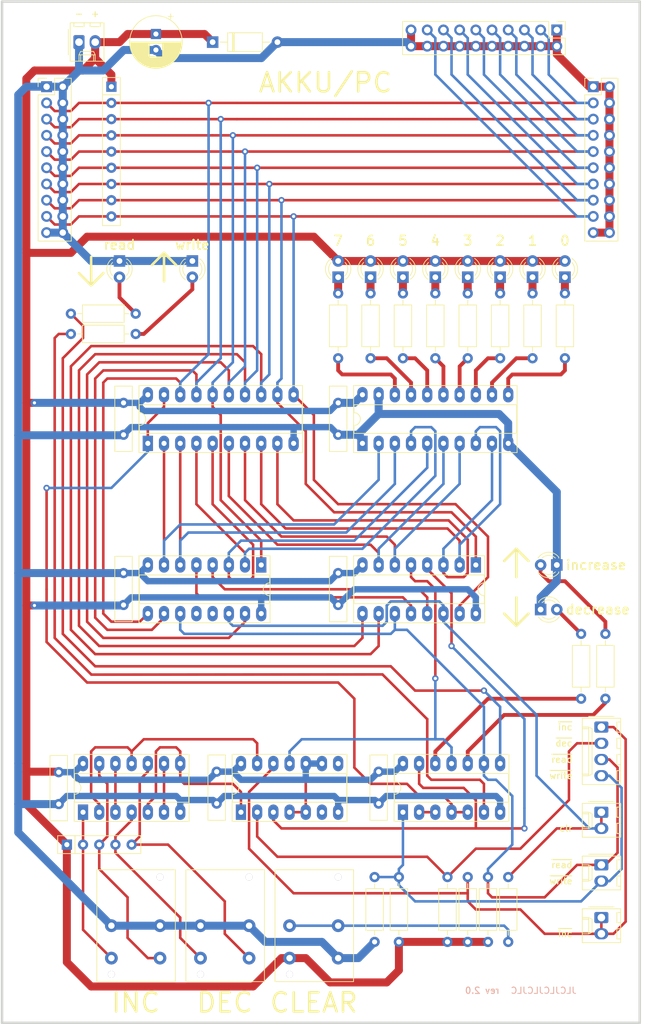
<source format=kicad_pcb>
(kicad_pcb (version 20221018) (generator pcbnew)
  (title_block (title "Akku/PC") (date "2019-02-11") (company "AGI"))
  (layers (0 "F.Cu" signal) (31 "B.Cu" signal) (34 "B.Paste" user) (35 "F.Paste" user) (36 "B.SilkS" user "B.Silkscreen") (37 "F.SilkS" user "F.Silkscreen") (38 "B.Mask" user) (39 "F.Mask" user) (44 "Edge.Cuts" user))
  (net 0 "")
  (net 1 "Net-(D1-A)")
  (net 2 "VCC")
  (net 3 "Net-(D2-A)")
  (net 4 "Net-(D3-A)")
  (net 5 "Net-(D4-K)")
  (net 6 "Net-(D5-K)")
  (net 7 "Net-(D6-K)")
  (net 8 "Net-(D7-A)")
  (net 9 "Net-(D8-K)")
  (net 10 "GND")
  (net 11 "Net-(R10-Pad1)")
  (net 12 "Net-(D9-K)")
  (net 13 "Net-(R11-Pad1)")
  (net 14 "Net-(D10-K)")
  (net 15 "Net-(R12-Pad2)")
  (net 16 "Net-(D11-K)")
  (net 17 "Net-(R14-Pad1)")
  (net 18 "Net-(D12-K)")
  (net 19 "Net-(U8-Y0)")
  (net 20 "Net-(U8-Y1)")
  (net 21 "Net-(U8-Y2)")
  (net 22 "Net-(U8-Y3)")
  (net 23 "Net-(U8-Y4)")
  (net 24 "Net-(U8-Y5)")
  (net 25 "Net-(U8-Y6)")
  (net 26 "Net-(U1-Pad2)")
  (net 27 "Net-(U2-Pad11)")
  (net 28 "Net-(U8-Y7)")
  (net 29 "RPA2")
  (net 30 "RPA1")
  (net 31 "RPA3")
  (net 32 "RPA4")
  (net 33 "Net-(U2-Pad6)")
  (net 34 "Net-(U2-Pad12)")
  (net 35 "Net-(U2-Pad5)")
  (net 36 "Net-(R9-Pad2)")
  (net 39 "/B0")
  (net 40 "/B1")
  (net 41 "/B2")
  (net 42 "/B3")
  (net 43 "/B4")
  (net 44 "/B5")
  (net 45 "/B6")
  (net 46 "/B7")
  (net 47 "/Bi3")
  (net 48 "/Bi2")
  (net 49 "/Bi1")
  (net 50 "/Bi0")
  (net 51 "/Bi5")
  (net 52 "/Bi4")
  (net 53 "/Bi6")
  (net 54 "/Bi7")
  (net 55 "/down_i")
  (net 56 "/up_i")
  (net 57 "/clr")
  (net 58 "/downCarry")
  (net 59 "/upCarry")
  (net 60 "/~{write}")
  (net 61 "/~{dec}")
  (net 62 "/~{inc}")
  (net 65 "/~{write_i}")
  (net 66 "/~{read}")
  (footprint "LED_THT:LED_D3.0mm" (layer "F.Cu") (at 98.425 91.44 90)
    (fp_text reference "D4")
    (fp_text value "LED")
  )
  (footprint "LED_THT:LED_D3.0mm" (layer "F.Cu") (at 103.505 91.44 90)
    (fp_text reference "D5")
    (fp_text value "LED")
  )
  (footprint "LED_THT:LED_D3.0mm" (layer "F.Cu") (at 108.585 91.44 90)
    (fp_text reference "D6")
    (fp_text value "LED")
  )
  (footprint "LED_THT:LED_D3.0mm" (layer "F.Cu") (at 113.665 91.44 90)
    (fp_text reference "D8")
    (fp_text value "LED")
  )
  (footprint "LED_THT:LED_D3.0mm" (layer "F.Cu") (at 118.745 91.44 90)
    (fp_text reference "D9")
    (fp_text value "LED")
  )
  (footprint "LED_THT:LED_D3.0mm" (layer "F.Cu") (at 123.825 91.44 90)
    (fp_text reference "D10")
    (fp_text value "LED")
  )
  (footprint "LED_THT:LED_D3.0mm" (layer "F.Cu") (at 128.905 91.44 90)
    (fp_text reference "D11")
    (fp_text value "LED")
  )
  (footprint "LED_THT:LED_D3.0mm" (layer "F.Cu") (at 133.985 91.44 90)
    (fp_text reference "D12")
    (fp_text value "LED")
  )
  (footprint "LED_THT:LED_D3.0mm" (layer "F.Cu") (at 130.175 143.51)
    (fp_text reference "D2")
    (fp_text value "LED")
  )
  (footprint "Package_DIP:DIP-20_W7.62mm_Socket_LongPads" (layer "F.Cu") (at 68.58 117.475 90)
    (fp_text reference "U6")
    (fp_text value "74HC541")
  )
  (footprint "Package_DIP:DIP-20_W7.62mm_Socket_LongPads" (layer "F.Cu") (at 102.235 117.475 90)
    (fp_text reference "U8")
    (fp_text value "74HC540")
  )
  (footprint "Resistor_THT:R_Axial_DIN0207_L6.3mm_D2.5mm_P10.16mm_Horizontal" (layer "F.Cu") (at 107.95 195.58 90)
    (fp_text reference "R2")
    (fp_text value "4k7")
  )
  (footprint "Resistor_THT:R_Axial_DIN0207_L6.3mm_D2.5mm_P10.16mm_Horizontal" (layer "F.Cu") (at 104.14 195.58 90)
    (fp_text reference "R3")
    (fp_text value "4k7")
  )
  (footprint "Resistor_THT:R_Axial_DIN0207_L6.3mm_D2.5mm_P10.16mm_Horizontal" (layer "F.Cu") (at 125.095 185.42 -90)
    (fp_text reference "R12")
    (fp_text value "470")
  )
  (footprint "Resistor_THT:R_Axial_DIN0207_L6.3mm_D2.5mm_P10.16mm_Horizontal" (layer "F.Cu") (at 103.505 93.98 -90)
    (fp_text reference "R15")
    (fp_text value "680")
  )
  (footprint "Resistor_THT:R_Axial_DIN0207_L6.3mm_D2.5mm_P10.16mm_Horizontal" (layer "F.Cu") (at 108.585 93.98 -90)
    (fp_text reference "R16")
    (fp_text value "680")
  )
  (footprint "Resistor_THT:R_Axial_DIN0207_L6.3mm_D2.5mm_P10.16mm_Horizontal" (layer "F.Cu") (at 113.665 93.98 -90)
    (fp_text reference "R17")
    (fp_text value "680")
  )
  (footprint "Resistor_THT:R_Axial_DIN0207_L6.3mm_D2.5mm_P10.16mm_Horizontal" (layer "F.Cu") (at 123.825 93.98 -90)
    (fp_text reference "R19")
    (fp_text value "680")
  )
  (footprint "Resistor_THT:R_Axial_DIN0207_L6.3mm_D2.5mm_P10.16mm_Horizontal" (layer "F.Cu") (at 128.905 93.98 -90)
    (fp_text reference "R20")
    (fp_text value "680")
  )
  (footprint "Resistor_THT:R_Axial_DIN0207_L6.3mm_D2.5mm_P10.16mm_Horizontal" (layer "F.Cu") (at 133.985 93.98 -90)
    (fp_text reference "R21")
    (fp_text value "680")
  )
  (footprint "Package_DIP:DIP-14_W7.62mm_Socket_LongPads" (layer "F.Cu") (at 83.185 175.26 90)
    (fp_text reference "U4")
    (fp_text value "74HC08")
  )
  (footprint "Resistor_THT:R_Axial_DIN0207_L6.3mm_D2.5mm_P10.16mm_Horizontal" (layer "F.Cu") (at 140.335 157.48 90)
    (fp_text reference "R11")
    (fp_text value "680")
  )
  (footprint "Resistor_THT:R_Axial_DIN0207_L6.3mm_D2.5mm_P10.16mm_Horizontal" (layer "F.Cu") (at 66.675 100.33 180)
    (fp_text reference "R9")
    (fp_text value "680")
  )
  (footprint "LED_THT:LED_D3.0mm" (layer "F.Cu") (at 132.715 136.525 180)
    (fp_text reference "D3")
    (fp_text value "LED")
  )
  (footprint "Resistor_THT:R_Axial_DIN0207_L6.3mm_D2.5mm_P10.16mm_Horizontal" (layer "F.Cu") (at 136.525 157.48 90)
    (fp_text reference "R10")
    (fp_text value "680")
  )
  (footprint "Package_DIP:DIP-16_W7.62mm_Socket_LongPads" (layer "F.Cu") (at 120.015 136.525 -90)
    (fp_text reference "U7")
    (fp_text value "74HCT193")
  )
  (footprint "Package_DIP:DIP-16_W7.62mm_Socket_LongPads" (layer "F.Cu") (at 86.36 136.525 -90)
    (fp_text reference "U5")
    (fp_text value "74HCT193")
  )
  (footprint "Capacitor_THT:C_Disc_D10.0mm_W2.5mm_P5.00mm" (layer "F.Cu") (at 104.775 173.91 90)
    (fp_text reference "C3")
    (fp_text value "100n")
  )
  (footprint "Capacitor_THT:C_Disc_D10.0mm_W2.5mm_P5.00mm" (layer "F.Cu") (at 79.375 173.91 90)
    (fp_text reference "C1")
    (fp_text value "100n")
  )
  (footprint "Capacitor_THT:C_Disc_D10.0mm_W2.5mm_P5.00mm" (layer "F.Cu") (at 54.61 173.99 90)
    (fp_text reference "C2")
    (fp_text value "100n")
  )
  (footprint "Package_DIP:DIP-14_W7.62mm_Socket_LongPads" (layer "F.Cu") (at 108.585 175.26 90)
    (fp_text reference "U1")
    (fp_text value "74HC14")
  )
  (footprint "Package_DIP:DIP-14_W7.62mm_Socket_LongPads" (layer "F.Cu") (at 58.42 175.26 90)
    (fp_text reference "U2")
    (fp_text value "74HC00")
  )
  (footprint "bonsai:Switch_Digitast" (layer "F.Cu") (at 98.425 193.04 -90)
    (fp_text reference "SW3")
    (fp_text value "Digitast")
  )
  (footprint "Resistor_THT:R_Axial_DIN0207_L6.3mm_D2.5mm_P10.16mm_Horizontal" (layer "F.Cu") (at 118.745 195.58 90)
    (fp_text reference "R1")
    (fp_text value "4k7")
  )
  (footprint "Resistor_THT:R_Axial_DIN0207_L6.3mm_D2.5mm_P10.16mm_Horizontal" (layer "F.Cu") (at 121.92 195.58 90)
    (fp_text reference "R4")
    (fp_text value "4k7")
  )
  (footprint "Resistor_THT:R_Axial_DIN0207_L6.3mm_D2.5mm_P10.16mm_Horizontal" (layer "F.Cu") (at 115.57 195.58 90)
    (fp_text reference "R5")
    (fp_text value "4k7")
  )
  (footprint "bonsai:Switch_Digitast" (layer "F.Cu") (at 70.485 193.04 -90)
    (fp_text reference "SW1")
    (fp_text value "Digitast")
  )
  (footprint "bonsai:Switch_Digitast" (layer "F.Cu") (at 84.455 193.04 -90)
    (fp_text reference "SW2")
    (fp_text value "Digitast")
  )
  (footprint "Resistor_THT:R_Axial_DIN0207_L6.3mm_D2.5mm_P10.16mm_Horizontal" (layer "F.Cu") (at 118.745 93.98 -90)
    (fp_text reference "R18")
    (fp_text value "680")
  )
  (footprint "Connector_Molex:Molex_KK-254_AE-6410-02A_1x02_P2.54mm_Vertical" (layer "F.Cu") (at 57.785 54.61)
    (fp_text reference "J2")
    (fp_text value "Conn_01x02")
  )
  (footprint "Connector_Molex:Molex_KK-254_AE-6410-04A_1x04_P2.54mm_Vertical" (layer "F.Cu") (at 139.7 161.925 -90)
    (fp_text reference "J3")
    (fp_text value "Conn_01x04")
  )
  (footprint "Connector_Molex:Molex_KK-254_AE-6410-02A_1x02_P2.54mm_Vertical" (layer "F.Cu") (at 139.7 175.26 -90)
    (fp_text reference "J4")
    (fp_text value "Conn_01x02")
  )
  (footprint "Connector_PinHeader_2.54mm:PinHeader_2x10_P2.54mm_Vertical" (layer "F.Cu") (at 138.43 61.595)
    (fp_text reference "J1")
    (fp_text value "Conn_02x10_Odd_Even")
  )
  (footprint "Connector_PinHeader_2.54mm:PinHeader_2x10_P2.54mm_Vertical" (layer "F.Cu") (at 132.715 52.705 -90)
    (fp_text reference "J6")
    (fp_text value "Conn_02x10_Odd_Even")
  )
  (footprint "Capacitor_THT:CP_Radial_D8.0mm_P2.50mm" (layer "F.Cu") (at 69.85 53.34 -90)
    (fp_text reference "C4")
    (fp_text value "CP")
  )
  (footprint "Capacitor_THT:C_Disc_D10.0mm_W2.5mm_P5.00mm" (layer "F.Cu") (at 98.425 116.125 90)
    (fp_text reference "C5")
    (fp_text value "100n")
  )
  (footprint "Capacitor_THT:C_Disc_D10.0mm_W2.5mm_P5.00mm" (layer "F.Cu") (at 64.77 137.795 -90)
    (fp_text reference "C6")
    (fp_text value "100n")
  )
  (footprint "Capacitor_THT:C_Disc_D10.0mm_W2.5mm_P5.00mm" (layer "F.Cu") (at 98.425 137.795 -90)
    (fp_text reference "C7")
    (fp_text value "100n")
  )
  (footprint "Diode_THT:D_A-405_P10.16mm_Horizontal" (layer "F.Cu") (at 78.74 54.61)
    (fp_text reference "D13")
    (fp_text value "D")
  )
  (footprint "Connector_Molex:Molex_KK-254_AE-6410-02A_1x02_P2.54mm_Vertical" (layer "F.Cu") (at 139.7 191.77 -90)
    (fp_text reference "J7")
    (fp_text value "Conn_01x02")
  )
  (footprint "Connector_Molex:Molex_KK-254_AE-6410-02A_1x02_P2.54mm_Vertical" (layer "F.Cu") (at 139.7 183.515 -90)
    (fp_text reference "J8")
    (fp_text value "Conn_01x02")
  )
  (footprint "Connector_PinHeader_2.54mm:PinHeader_2x10_P2.54mm_Vertical" (layer "F.Cu") (at 52.705 61.595)
    (fp_text reference "J5")
    (fp_text value "Conn_02x10_Odd_Even")
  )
  (footprint "Resistor_THT:R_Array_SIP9" (layer "F.Cu") (at 62.865 61.595 -90)
    (fp_text reference "RN1")
    (fp_text value "R_Network08")
  )
  (footprint "LED_THT:LED_D3.0mm" (layer "F.Cu") (at 75.565 88.9 -90)
    (fp_text reference "D1")
    (fp_text value "LED")
  )
  (footprint "LED_THT:LED_D3.0mm" (layer "F.Cu") (at 64.135 88.9 -90)
    (fp_text reference "D7")
    (fp_text value "LED")
  )
  (footprint "Capacitor_THT:C_Disc_D10.0mm_W2.5mm_P5.00mm" (layer "F.Cu") (at 64.77 116.125 90)
    (fp_text reference "C8")
    (fp_text value "100n")
  )
  (footprint "tg_locallibs:R_Array_SIP5" (layer "F.Cu") (at 55.88 180.34)
    (fp_text reference "RPA1")
    (fp_text value "R_PACK4BUSSED 4k7")
  )
  (footprint "bonsai:EuroBoard160mmX100mm_holes_keepout" (layer "F.Cu") (at 45.72 48.26)
    (fp_text reference "REF**" hide)
    (fp_text value "EuroBoard160mmX100mm_holes_keepout" hide)
    (fp_line (start 0 0) (end 100 0) (stroke (width 0.38)) (layer "Edge.Cuts"))
    (fp_line (start 0 160) (end 0 0) (stroke (width 0.38)) (layer "Edge.Cuts"))
    (fp_line (start 0 160) (end 100 160) (stroke (width 0.38)) (layer "Edge.Cuts"))
    (fp_line (start 100 0) (end 100 160) (stroke (width 0.38)) (layer "Edge.Cuts"))
  )
  (footprint "Resistor_THT:R_Axial_DIN0207_L6.3mm_D2.5mm_P10.16mm_Horizontal" (layer "F.Cu") (at 98.425 93.98 -90)
    (fp_text reference "R13")
    (fp_text value "680")
  )
  (footprint "Resistor_THT:R_Axial_DIN0207_L6.3mm_D2.5mm_P10.16mm_Horizontal" (layer "F.Cu") (at 56.515 97.155)
    (fp_text reference "R14")
    (fp_text value "680")
  )
  (gr_line (start 124.46 135.89) (end 126.365 133.985) (stroke (width 0.4)) (layer "F.SilkS"))
  (gr_line (start 124.46 144.145) (end 126.365 146.05) (stroke (width 0.4)) (layer "F.SilkS"))
  (gr_line (start 126.365 146.05) (end 128.27 144.145) (stroke (width 0.4)) (layer "F.SilkS"))
  (gr_line (start 126.365 146.05) (end 126.365 141.605) (stroke (width 0.4)) (layer "F.SilkS"))
  (gr_line (start 57.785 90.805) (end 59.69 92.71) (stroke (width 0.4)) (layer "F.SilkS"))
  (gr_line (start 59.69 92.71) (end 61.595 90.805) (stroke (width 0.4)) (layer "F.SilkS"))
  (gr_line (start 59.69 92.71) (end 59.69 88.265) (stroke (width 0.4)) (layer "F.SilkS"))
  (gr_line (start 126.365 133.985) (end 128.27 135.89) (stroke (width 0.4)) (layer "F.SilkS"))
  (gr_line (start 71.12 87.63) (end 73.025 89.535) (stroke (width 0.4)) (layer "F.SilkS"))
  (gr_line (start 69.215 89.535) (end 71.12 87.63) (stroke (width 0.4)) (layer "F.SilkS"))
  (gr_line (start 71.12 92.075) (end 71.12 87.63) (stroke (width 0.4)) (layer "F.SilkS"))
  (gr_line (start 126.365 138.43) (end 126.365 133.985) (stroke (width 0.4)) (layer "F.SilkS"))
  (gr_text "JLCJLCJLCJLC" (at 135.89 203.2) (layer "B.SilkS") (effects (font (size 1 1)) (justify left mirror)))
  (gr_text "rev 2.0" (at 123.825 203.2) (layer "B.SilkS") (effects (font (size 1 1) (thickness 0.17)) (justify left mirror)))
  (gr_text "read" (at 64.135 86.36) (layer "F.SilkS") (effects (font (size 1.5 1.5) (thickness 0.25))))
  (gr_text "write" (at 75.565 86.36) (layer "F.SilkS") (effects (font (size 1.5 1.5) (thickness 0.25))))
  (gr_text "~{read}" (at 135.255 167.005) (layer "F.SilkS") (effects (font (size 1 1) (thickness 0.17)) (justify right)))
  (gr_text "~{write}" (at 135.255 169.545) (layer "F.SilkS") (effects (font (size 1 1) (thickness 0.17)) (justify right)))
  (gr_text "~{dec}" (at 135.255 164.465) (layer "F.SilkS") (effects (font (size 1 1) (thickness 0.17)) (justify right)))
  (gr_text "~{inc}" (at 135.255 161.925) (layer "F.SilkS") (effects (font (size 1 1) (thickness 0.17)) (justify right)))
  (gr_text "7" (at 98.425 85.725) (layer "F.SilkS") (effects (font (size 1.5 1.5) (thickness 0.25))))
  (gr_text "4" (at 113.665 85.725) (layer "F.SilkS") (effects (font (size 1.5 1.5) (thickness 0.25))))
  (gr_text "+" (at 60.325 50.165) (layer "F.SilkS") (effects (font (size 1 1) (thickness 0.17))))
  (gr_text "~{write}" (at 135.255 186.055) (layer "F.SilkS") (effects (font (size 1 1) (thickness 0.17)) (justify right)))
  (gr_text "clr" (at 135.255 177.8) (layer "F.SilkS") (effects (font (size 1 1) (thickness 0.17)) (justify right)))
  (gr_text "DEC" (at 80.645 205.105) (layer "F.SilkS") (effects (font (size 3 3) (thickness 0.4))))
  (gr_text "~{inc}" (at 135.255 194.31) (layer "F.SilkS") (effects (font (size 1 1) (thickness 0.17)) (justify right)))
  (gr_text "CLEAR" (at 94.615 205.105) (layer "F.SilkS") (effects (font (size 3 3) (thickness 0.4))))
  (gr_text "INC" (at 66.675 205.105) (layer "F.SilkS") (effects (font (size 3 3) (thickness 0.4))))
  (gr_text "3" (at 118.745 85.725) (layer "F.SilkS") (effects (font (size 1.5 1.5) (thickness 0.25))))
  (gr_text "2" (at 123.825 85.725) (layer "F.SilkS") (effects (font (size 1.5 1.5) (thickness 0.25))))
  (gr_text "AKKU/PC" (at 85.725 60.96) (layer "F.SilkS") (effects (font (size 3 3) (thickness 0.4)) (justify left)))
  (gr_text "1" (at 128.905 85.725) (layer "F.SilkS") (effects (font (size 1.5 1.5) (thickness 0.25))))
  (gr_text "5" (at 108.585 85.725) (layer "F.SilkS") (effects (font (size 1.5 1.5) (thickness 0.25))))
  (gr_text "increase" (at 133.985 136.525) (layer "F.SilkS") (effects (font (size 1.5 1.5) (thickness 0.25)) (justify left)))
  (gr_text "decrease" (at 133.985 143.51) (layer "F.SilkS") (effects (font (size 1.5 1.5) (thickness 0.25)) (justify left)))
  (gr_text "-" (at 57.785 50.165) (layer "F.SilkS") (effects (font (size 1 1) (thickness 0.17))))
  (gr_text "6" (at 103.505 85.725) (layer "F.SilkS") (effects (font (size 1.5 1.5) (thickness 0.25))))
  (gr_text "~{read}" (at 135.255 183.515) (layer "F.SilkS") (effects (font (size 1 1) (thickness 0.17)) (justify right)))
  (gr_text "0" (at 133.985 85.725) (layer "F.SilkS") (effects (font (size 1.5 1.5) (thickness 0.25))))
  (segment (start 75.565 93.345) (end 75.565 91.44) (width 0.6) (layer "F.Cu") (net 1))
  (segment (start 66.675 100.33) (end 67.945 100.33) (width 0.6) (layer "F.Cu") (net 1))
  (segment (start 67.945 100.33) (end 75.565 93.345) (width 0.6) (layer "F.Cu") (net 1))
  (segment (start 49.53 87.63) (end 56.515 87.63) (width 1.25) (layer "F.Cu") (net 2))
  (segment (start 54.53 168.91) (end 54.61 168.99) (width 1.25) (layer "F.Cu") (net 2))
  (segment (start 55.88 198.755) (end 59.69 202.565) (width 1.25) (layer "F.Cu") (net 2))
  (segment (start 69.85 53.34) (end 77.47 53.34) (width 1.25) (layer "F.Cu") (net 2))
  (segment (start 62.865 59.69) (end 60.325 57.15) (width 1.25) (layer "F.Cu") (net 2))
  (segment (start 50.8 59.055) (end 49.53 60.325) (width 1.25) (layer "F.Cu") (net 2))
  (segment (start 50.8 142.875) (end 49.53 142.875) (width 1.25) (layer "F.Cu") (net 2))
  (segment (start 56.515 87.63) (end 59.055 85.09) (width 1.25) (layer "F.Cu") (net 2))
  (segment (start 65.405 53.34) (end 69.85 53.34) (width 1.25) (layer "F.Cu") (net 2))
  (segment (start 90.805 198.12) (end 93.345 198.12) (width 1.25) (layer "F.Cu") (net 2))
  (segment (start 94.615 85.09) (end 96.52 86.995) (width 1.25) (layer "F.Cu") (net 2))
  (segment (start 107.95 200.025) (end 107.95 195.58) (width 1.25) (layer "F.Cu") (net 2))
  (segment (start 55.88 180.34) (end 55.88 198.755) (width 1.25) (layer "F.Cu") (net 2))
  (segment (start 60.325 57.15) (end 58.42 59.055) (width 1.25) (layer "F.Cu") (net 2))
  (segment (start 49.53 87.63) (end 49.53 111.125) (width 1.25) (layer "F.Cu") (net 2))
  (segment (start 59.055 85.09) (end 94.615 85.09) (width 1.25) (layer "F.Cu") (net 2))
  (segment (start 89.535 198.12) (end 90.805 198.12) (width 1.25) (layer "F.Cu") (net 2))
  (segment (start 49.53 60.325) (end 49.53 86.995) (width 1.25) (layer "F.Cu") (net 2))
  (segment (start 49.53 111.125) (end 50.8 111.125) (width 1.25) (layer "F.Cu") (net 2))
  (segment (start 64.135 54.61) (end 65.405 53.34) (width 1.25) (layer "F.Cu") (net 2))
  (segment (start 96.52 86.995) (end 98.425 88.9) (width 1.25) (layer "F.Cu") (net 2))
  (segment (start 93.345 167.64) (end 93.345 175.26) (width 0.4) (layer "F.Cu") (net 2))
  (segment (start 107.95 195.58) (end 121.92 195.58) (width 1.25) (layer "F.Cu") (net 2))
  (segment (start 93.345 175.26) (end 90.805 175.26) (width 0.4) (layer "F.Cu") (net 2))
  (segment (start 49.53 173.99) (end 55.88 180.34) (width 1.25) (layer "F.Cu") (net 2))
  (segment (start 106.045 201.93) (end 107.95 200.025) (width 1.25) (layer "F.Cu") (net 2))
  (segment (start 97.155 201.93) (end 106.045 201.93) (width 1.25) (layer "F.Cu") (net 2))
  (segment (start 93.345 198.12) (end 97.155 201.93) (width 1.25) (layer "F.Cu") (net 2))
  (segment (start 133.985 88.9) (end 98.425 88.9) (width 1.25) (layer "F.Cu") (net 2))
  (segment (start 60.325 54.61) (end 64.135 54.61) (width 1.25) (layer "F.Cu") (net 2))
  (segment (start 58.42 59.055) (end 50.8 59.055) (width 1.25) (layer "F.Cu") (net 2))
  (segment (start 60.325 56.955) (end 60.325 54.61) (width 1.25) (layer "F.Cu") (net 2))
  (segment (start 49.53 168.91) (end 54.53 168.91) (width 1.25) (layer "F.Cu") (net 2))
  (segment (start 49.53 86.995) (end 49.53 87.63) (width 1.25) (layer "F.Cu") (net 2))
  (segment (start 49.53 111.125) (end 49.53 142.875) (width 1.25) (layer "F.Cu") (net 2))
  (segment (start 77.47 53.34) (end 78.74 54.61) (width 1.25) (layer "F.Cu") (net 2))
  (segment (start 49.53 168.91) (end 49.53 173.99) (width 1.25) (layer "F.Cu") (net 2))
  (segment (start 59.69 202.565) (end 85.09 202.565) (width 1.25) (layer "F.Cu") (net 2))
  (segment (start 49.53 142.875) (end 49.53 168.91) (width 1.25) (layer "F.Cu") (net 2))
  (segment (start 85.09 202.565) (end 89.535 198.12) (width 1.25) (layer "F.Cu") (net 2))
  (segment (start 62.865 61.595) (end 62.865 59.69) (width 1.25) (layer "F.Cu") (net 2))
  (segment (start 60.325 57.15) (end 60.325 56.955) (width 1.25) (layer "F.Cu") (net 2))
  (via (at 50.8 142.875) (size 1) (drill 0.5) (layers "F.Cu" "B.Cu") (net 2))
  (via (at 50.8 111.125) (size 1) (drill 0.5) (layers "F.Cu" "B.Cu") (net 2))
  (segment (start 65.96 141.605) (end 86.36 141.605) (width 1) (layer "B.Cu") (net 2))
  (segment (start 97.235 141.605) (end 98.425 142.795) (width 1) (layer "B.Cu") (net 2))
  (segment (start 64.77 111.125) (end 67.31 111.125) (width 1) (layer "B.Cu") (net 2))
  (segment (start 67.31 111.76) (end 67.945 112.395) (width 1) (layer "B.Cu") (net 2))
  (segment (start 81.915 168.91) (end 83.185 170.18) (width 1) (layer "B.Cu") (net 2))
  (segment (start 81.915 168.91) (end 83.185 167.64) (width 1) (layer "B.Cu") (net 2))
  (segment (start 67.31 111.125) (end 68.58 109.855) (width 1) (layer "B.Cu") (net 2))
  (segment (start 103.505 170.18) (end 104.775 168.91) (width 1) (layer "B.Cu") (net 2))
  (segment (start 86.36 141.605) (end 97.235 141.605) (width 1) (layer "B.Cu") (net 2))
  (segment (start 93.345 170.18) (end 93.345 167.64) (width 1) (layer "B.Cu") (net 2))
  (segment (start 93.345 170.18) (end 103.505 170.18) (width 1) (layer "B.Cu") (net 2))
  (segment (start 79.375 168.91) (end 81.915 168.91) (width 1) (layer "B.Cu") (net 2))
  (segment (start 50.8 142.875) (end 64.69 142.875) (width 1.25) (layer "B.Cu") (net 2))
  (segment (start 50.8 111.125) (end 64.77 111.125) (width 1.25) (layer "B.Cu") (net 2))
  (segment (start 118.745 140.335) (end 120.015 141.605) (width 1) (layer "B.Cu") (net 2))
  (segment (start 120.015 141.605) (end 120.015 144.145) (width 1) (layer "B.Cu") (net 2))
  (segment (start 67.31 111.125) (end 67.31 111.76) (width 1) (layer "B.Cu") (net 2))
  (segment (start 65.96 141.605) (end 64.77 142.795) (width 1) (layer "B.Cu") (net 2))
  (segment (start 100.965 111.125) (end 102.235 109.855) (width 1.25) (layer "B.Cu") (net 2))
  (segment (start 104.775 168.91) (end 107.315 168.91) (width 1) (layer "B.Cu") (net 2))
  (segment (start 57.07 168.99) (end 58.42 167.64) (width 1) (layer "B.Cu") (net 2))
  (segment (start 54.61 168.99) (end 57.07 168.99) (width 1) (layer "B.Cu") (net 2))
  (segment (start 97.155 112.395) (end 98.425 111.125) (width 1) (layer "B.Cu") (net 2))
  (segment (start 83.185 170.18) (end 93.345 170.18) (width 1) (layer "B.Cu") (net 2))
  (segment (start 93.345 167.64) (end 95.885 167.64) (width 1) (layer "B.Cu") (net 2))
  (segment (start 64.69 142.875) (end 64.77 142.795) (width 1) (layer "B.Cu") (net 2))
  (segment (start 57.07 169.465) (end 57.785 170.18) (width 1) (layer "B.Cu") (net 2))
  (segment (start 67.945 112.395) (end 97.155 112.395) (width 1) (layer "B.Cu") (net 2))
  (segment (start 100.965 140.335) (end 118.745 140.335) (width 1) (layer "B.Cu") (net 2))
  (segment (start 57.785 170.18) (end 78.105 170.18) (width 1) (layer "B.Cu") (net 2))
  (segment (start 98.425 142.795) (end 100.965 140.335) (width 1) (layer "B.Cu") (net 2))
  (segment (start 86.36 141.605) (end 86.36 144.145) (width 1) (layer "B.Cu") (net 2))
  (segment (start 107.315 168.91) (end 108.585 167.64) (width 1) (layer "B.Cu") (net 2))
  (segment (start 78.105 170.18) (end 79.375 168.91) (width 1) (layer "B.Cu") (net 2))
  (segment (start 57.07 168.99) (end 57.07 169.465) (width 1) (layer "B.Cu") (net 2))
  (segment (start 98.425 111.125) (end 100.965 111.125) (width 1.25) (layer "B.Cu") (net 2))
  (segment (start 136.525 147.32) (end 132.715 143.51) (width 0.6) (layer "F.Cu") (net 3))
  (segment (start 131.445 139.065) (end 130.175 137.795) (width 0.6) (layer "F.Cu") (net 4))
  (segment (start 133.985 139.065) (end 131.445 139.065) (width 0.6) (layer "F.Cu") (net 4))
  (segment (start 130.175 137.795) (end 130.175 136.525) (width 0.6) (layer "F.Cu") (net 4))
  (segment (start 140.335 147.32) (end 140.335 145.415) (width 0.6) (layer "F.Cu") (net 4))
  (segment (start 140.335 145.415) (end 133.985 139.065) (width 0.6) (layer "F.Cu") (net 4))
  (segment (start 98.425 91.44) (end 98.425 93.98) (width 1.25) (layer "F.Cu") (net 5))
  (segment (start 103.505 93.98) (end 103.505 91.44) (width 1.25) (layer "F.Cu") (net 6))
  (segment (start 108.585 91.44) (end 108.585 93.98) (width 1.25) (layer "F.Cu") (net 7))
  (segment (start 64.135 91.44) (end 64.135 94.615) (width 0.6) (layer "F.Cu") (net 8))
  (segment (start 64.135 94.615) (end 66.675 97.155) (width 0.6) (layer "F.Cu") (net 8))
  (segment (start 113.665 93.98) (end 113.665 91.44) (width 1.25) (layer "F.Cu") (net 9))
  (segment (start 140.97 61.595) (end 138.43 61.595) (width 1.25) (layer "F.Cu") (net 10))
  (segment (start 132.715 55.245) (end 109.855 55.245) (width 1.25) (layer "F.Cu") (net 10))
  (segment (start 137.795 61.595) (end 132.715 56.515) (width 1.25) (layer "F.Cu") (net 10))
  (segment (start 132.715 56.515) (end 132.715 55.245) (width 1.25) (layer "F.Cu") (net 10))
  (segment (start 138.43 61.595) (end 137.795 61.595) (width 1.25) (layer "F.Cu") (net 10))
  (segment (start 140.97 84.455) (end 140.97 61.595) (width 1.25) (layer "F.Cu") (net 10))
  (segment (start 109.855 55.245) (end 109.855 52.705) (width 1.25) (layer "F.Cu") (net 10))
  (segment (start 138.43 84.455) (end 140.97 84.455) (width 1.25) (layer "F.Cu") (net 10))
  (segment (start 132.715 52.705) (end 132.715 55.245) (width 1.25) (layer "F.Cu") (net 10))
  (segment (start 105.965 172.72) (end 123.19 172.72) (width 1) (layer "B.Cu") (net 10))
  (segment (start 64.77 137.795) (end 67.31 137.795) (width 1) (layer "B.Cu") (net 10))
  (segment (start 55.245 61.595) (end 52.705 61.595) (width 1.25) (layer "B.Cu") (net 10))
  (segment (start 132.715 139.065) (end 132.715 136.525) (width 1.25) (layer "B.Cu") (net 10))
  (segment (start 68.58 139.065) (end 97.155 139.065) (width 1) (layer "B.Cu") (net 10))
  (segment (start 98.345 116.205) (end 98.425 116.125) (width 0.6) (layer "B.Cu") (net 10))
  (segment (start 48.26 137.795) (end 48.26 167.64) (width 1.25) (layer "B.Cu") (net 10))
  (segment (start 62.865 193.04) (end 84.455 193.04) (width 1.25) (layer "B.Cu") (net 10))
  (segment (start 48.26 62.865) (end 48.26 116.205) (width 1.25) (layer "B.Cu") (net 10))
  (segment (start 97.79 172.72) (end 98.425 173.355) (width 1) (layer "B.Cu") (net 10))
  (segment (start 64.81 55.84) (end 61.595 59.055) (width 1.25) (layer "B.Cu") (net 10))
  (segment (start 95.885 195.58) (end 98.425 198.12) (width 1.25) (layer "B.Cu") (net 10))
  (segment (start 48.26 116.205) (end 48.26 137.795) (width 1.25) (layer "B.Cu") (net 10))
  (segment (start 64.69 116.205) (end 64.77 116.125) (width 1.25) (layer "B.Cu") (net 10))
  (segment (start 123.665 112.87) (end 125.095 114.3) (width 1.25) (layer "B.Cu") (net 10))
  (segment (start 86.995 195.58) (end 95.885 195.58) (width 1.25) (layer "B.Cu") (net 10))
  (segment (start 100.965 137.795) (end 102.235 136.525) (width 1) (layer "B.Cu") (net 10))
  (segment (start 79.375 173.91) (end 80.565 172.72) (width 1) (layer "B.Cu") (net 10))
  (segment (start 123.825 173.355) (end 123.825 175.26) (width 1) (layer "B.Cu") (net 10))
  (segment (start 104.775 173.91) (end 105.965 172.72) (width 1) (layer "B.Cu") (net 10))
  (segment (start 55.245 61.595) (end 55.245 84.455) (width 1.25) (layer "B.Cu") (net 10))
  (segment (start 55.245 84.455) (end 52.705 84.455) (width 1.25) (layer "B.Cu") (net 10))
  (segment (start 130.175 143.51) (end 130.175 141.605) (width 1.25) (layer "B.Cu") (net 10))
  (segment (start 71.12 57.11) (end 86.4 57.11) (width 1.25) (layer "B.Cu") (net 10))
  (segment (start 73.66 173.355) (end 73.66 175.26) (width 1) (layer "B.Cu") (net 10))
  (segment (start 101.52 116.125) (end 104.775 112.87) (width 1.25) (layer "B.Cu") (net 10))
  (segment (start 54.61 173.99) (end 48.26 173.99) (width 1.25) (layer "B.Cu") (net 10))
  (segment (start 68.58 139.065) (end 67.31 137.795) (width 1) (layer "B.Cu") (net 10))
  (segment (start 98.425 116.125) (end 101.52 116.125) (width 1.25) (layer "B.Cu") (net 10))
  (segment (start 62.865 88.9) (end 59.69 88.9) (width 1.25) (layer "B.Cu") (net 10))
  (segment (start 54.61 173.99) (end 55.88 172.72) (width 1) (layer "B.Cu") (net 10))
  (segment (start 73.66 173.355) (end 78.82 173.355) (width 1) (layer "B.Cu") (net 10))
  (segment (start 62.865 88.9) (end 75.565 88.9) (width 1.25) (layer "B.Cu") (net 10))
  (segment (start 64.77 137.795) (end 48.26 137.795) (width 1.25) (layer "B.Cu") (net 10))
  (segment (start 48.26 178.435) (end 62.865 193.04) (width 1.25) (layer "B.Cu") (net 10))
  (segment (start 98.425 173.355) (end 98.425 175.26) (width 1) (layer "B.Cu") (net 10))
  (segment (start 130.175 141.605) (end 132.715 139.065) (width 1.25) (layer "B.Cu") (net 10))
  (segment (start 109.22 54.61) (end 109.855 55.245) (width 1.25) (layer "B.Cu") (net 10))
  (segment (start 52.705 61.595) (end 49.53 61.595) (width 1.25) (layer "B.Cu") (net 10))
  (segment (start 91.44 117.475) (end 91.44 114.935) (width 1) (layer "B.Cu") (net 10))
  (segment (start 48.26 173.99) (end 48.26 178.435) (width 1.25) (layer "B.Cu") (net 10))
  (segment (start 104.22 173.355) (end 104.775 173.91) (width 1) (layer "B.Cu") (net 10))
  (segment (start 88.9 54.61) (end 109.22 54.61) (width 1.25) (layer "B.Cu") (net 10))
  (segment (start 48.26 167.64) (end 48.26 173.99) (width 1.25) (layer "B.Cu") (net 10))
  (segment (start 101.6 198.12) (end 104.14 195.58) (width 1.25) (layer "B.Cu") (net 10))
  (segment (start 104.775 112.87) (end 104.775 109.855) (width 1.25) (layer "B.Cu") (net 10))
  (segment (start 97.155 139.065) (end 98.425 137.795) (width 1) (layer "B.Cu") (net 10))
  (segment (start 91.44 114.935) (end 97.235 114.935) (width 1) (layer "B.Cu") (net 10))
  (segment (start 57.785 59.055) (end 55.245 61.595) (width 1.25) (layer "B.Cu") (net 10))
  (segment (start 123.19 172.72) (end 123.825 173.355) (width 1) (layer "B.Cu") (net 10))
  (segment (start 65.96 114.935) (end 91.44 114.935) (width 1) (layer "B.Cu") (net 10))
  (segment (start 49.53 61.595) (end 48.26 62.865) (width 1.25) (layer "B.Cu") (net 10))
  (segment (start 73.025 172.72) (end 73.66 173.355) (width 1) (layer "B.Cu") (net 10))
  (segment (start 101.52 116.125) (end 102.235 116.84) (width 1.25) (layer "B.Cu") (net 10))
  (segment (start 55.88 172.72) (end 73.025 172.72) (width 1) (layer "B.Cu") (net 10))
  (segment (start 84.455 193.04) (end 86.995 195.58) (width 1.25) (layer "B.Cu") (net 10))
  (segment (start 69.85 55.84) (end 71.12 57.11) (width 1.25) (layer "B.Cu") (net 10))
  (segment (start 98.425 173.355) (end 104.22 173.355) (width 1) (layer "B.Cu") (net 10))
  (segment (start 64.77 116.125) (end 65.96 114.935) (width 1) (layer "B.Cu") (net 10))
  (segment (start 132.715 125.095) (end 130.81 123.19) (width 1.25) (layer "B.Cu") (net 10))
  (segment (start 98.425 198.12) (end 101.6 198.12) (width 1.25) (layer "B.Cu") (net 10))
  (segment (start 67.31 137.795) (end 68.58 136.525) (width 1) (layer "B.Cu") (net 10))
  (segment (start 104.775 112.87) (end 123.665 112.87) (width 1.25) (layer "B.Cu") (net 10))
  (segment (start 57.785 54.61) (end 57.785 59.055) (width 1.25) (layer "B.Cu") (net 10))
  (segment (start 86.4 57.11) (end 88.9 54.61) (width 1.25) (layer "B.Cu") (net 10))
  (segment (start 59.69 88.9) (end 55.245 84.455) (width 1.25) (layer "B.Cu") (net 10))
  (segment (start 97.235 114.935) (end 98.425 116.125) (width 1) (layer "B.Cu") (net 10))
  (segment (start 48.26 116.205) (end 64.69 116.205) (width 1.25) (layer "B.Cu") (net 10))
  (segment (start 125.095 114.3) (end 125.095 117.475) (width 1.25) (layer "B.Cu") (net 10))
  (segment (start 132.715 136.525) (end 132.715 125.095) (width 1.25) (layer "B.Cu") (net 10))
  (segment (start 69.85 55.84) (end 64.81 55.84) (width 1.25) (layer "B.Cu") (net 10))
  (segment (start 78.82 173.355) (end 79.375 173.91) (width 1) (layer "B.Cu") (net 10))
  (segment (start 98.425 137.795) (end 100.965 137.795) (width 1) (layer "B.Cu") (net 10))
  (segment (start 61.595 59.055) (end 57.785 59.055) (width 1.25) (layer "B.Cu") (net 10))
  (segment (start 102.235 116.84) (end 102.235 117.475) (width 1.25) (layer "B.Cu") (net 10))
  (segment (start 130.81 123.19) (end 125.095 117.475) (width 1.25) (layer "B.Cu") (net 10))
  (segment (start 80.565 172.72) (end 97.79 172.72) (width 1) (layer "B.Cu") (net 10))
  (segment (start 121.92 157.48) (end 113.665 165.735) (width 0.6) (layer "F.Cu") (net 11))
  (segment (start 136.525 157.48) (end 121.92 157.48) (width 0.6) (layer "F.Cu") (net 11))
  (segment (start 113.665 165.735) (end 113.665 167.64) (width 0.6) (layer "F.Cu") (net 11))
  (segment (start 118.745 91.44) (end 118.745 93.98) (width 1.25) (layer "F.Cu") (net 12))
  (segment (start 138.43 160.02) (end 124.46 160.02) (width 0.6) (layer "F.Cu") (net 13))
  (segment (start 140.335 158.115) (end 138.43 160.02) (width 0.6) (layer "F.Cu") (net 13))
  (segment (start 118.745 165.735) (end 118.745 167.64) (width 0.6) (layer "F.Cu") (net 13))
  (segment (start 140.335 157.48) (end 140.335 158.115) (width 0.4) (layer "F.Cu") (net 13))
  (segment (start 124.46 160.02) (end 118.745 165.735) (width 0.6) (layer "F.Cu") (net 13))
  (segment (start 123.825 93.98) (end 123.825 91.44) (width 1.25) (layer "F.Cu") (net 14))
  (segment (start 98.425 193.04) (end 124.46 193.04) (width 0.4) (layer "B.Cu") (net 15))
  (segment (start 124.46 193.04) (end 125.095 193.675) (width 0.4) (layer "B.Cu") (net 15))
  (segment (start 90.805 193.04) (end 98.425 193.04) (width 0.4) (layer "B.Cu") (net 15))
  (segment (start 125.095 193.675) (end 125.095 195.58) (width 0.4) (layer "B.Cu") (net 15))
  (segment (start 128.905 91.44) (end 128.905 93.98) (width 1.25) (layer "F.Cu") (net 16))
  (segment (start 55.245 104.14) (end 58.42 100.965) (width 0.4) (layer "F.Cu") (net 17))
  (segment (start 121.285 156.21) (end 110.49 156.21) (width 0.4) (layer "F.Cu") (net 17))
  (segment (start 58.42 100.965) (end 58.42 99.06) (width 0.4) (layer "F.Cu") (net 17))
  (segment (start 55.245 147.32) (end 55.245 104.14) (width 0.4) (layer "F.Cu") (net 17))
  (segment (start 110.49 156.21) (end 106.68 152.4) (width 0.4) (layer "F.Cu") (net 17))
  (segment (start 60.325 152.4) (end 55.245 147.32) (width 0.4) (layer "F.Cu") (net 17))
  (segment (start 58.42 99.06) (end 56.515 97.155) (width 0.4) (layer "F.Cu") (net 17))
  (segment (start 106.68 152.4) (end 60.325 152.4) (width 0.4) (layer "F.Cu") (net 17))
  (via (at 121.285 156.21) (size 1) (drill 0.5) (layers "F.Cu" "B.Cu") (net 17))
  (segment (start 123.825 158.75) (end 121.285 156.21) (width 0.4) (layer "B.Cu") (net 17))
  (segment (start 123.825 167.64) (end 123.825 158.75) (width 0.4) (layer "B.Cu") (net 17))
  (segment (start 133.985 91.44) (end 133.985 93.98) (width 1.25) (layer "F.Cu") (net 18))
  (segment (start 106.68 106.68) (end 99.06 106.68) (width 0.6) (layer "F.Cu") (net 19))
  (segment (start 107.315 109.855) (end 107.315 107.315) (width 0.6) (layer "F.Cu") (net 19))
  (segment (start 98.425 106.045) (end 98.425 104.14) (width 0.6) (layer "F.Cu") (net 19))
  (segment (start 99.06 106.68) (end 98.425 106.045) (width 0.6) (layer "F.Cu") (net 19))
  (segment (start 107.315 107.315) (end 106.68 106.68) (width 0.6) (layer "F.Cu") (net 19))
  (segment (start 109.855 109.855) (end 109.855 107.95) (width 0.6) (layer "F.Cu") (net 20))
  (segment (start 109.855 107.95) (end 106.045 104.14) (width 0.6) (layer "F.Cu") (net 20))
  (segment (start 106.045 104.14) (end 103.505 104.14) (width 0.6) (layer "F.Cu") (net 20))
  (segment (start 110.49 104.14) (end 108.585 104.14) (width 0.6) (layer "F.Cu") (net 21))
  (segment (start 112.395 106.045) (end 110.49 104.14) (width 0.6) (layer "F.Cu") (net 21))
  (segment (start 112.395 109.855) (end 112.395 106.045) (width 0.6) (layer "F.Cu") (net 21))
  (segment (start 114.935 109.855) (end 114.935 105.41) (width 0.6) (layer "F.Cu") (net 22))
  (segment (start 114.935 105.41) (end 113.665 104.14) (width 0.6) (layer "F.Cu") (net 22))
  (segment (start 117.475 105.41) (end 118.745 104.14) (width 0.6) (layer "F.Cu") (net 23))
  (segment (start 117.475 109.855) (end 117.475 105.41) (width 0.6) (layer "F.Cu") (net 23))
  (segment (start 121.92 104.14) (end 123.825 104.14) (width 0.6) (layer "F.Cu") (net 24))
  (segment (start 120.015 106.045) (end 121.92 104.14) (width 0.6) (layer "F.Cu") (net 24))
  (segment (start 120.015 109.855) (end 120.015 106.045) (width 0.6) (layer "F.Cu") (net 24))
  (segment (start 122.555 107.95) (end 126.365 104.14) (width 0.6) (layer "F.Cu") (net 25))
  (segment (start 126.365 104.14) (end 128.905 104.14) (width 0.6) (layer "F.Cu") (net 25))
  (segment (start 122.555 109.855) (end 122.555 107.95) (width 0.6) (layer "F.Cu") (net 25))
  (segment (start 111.125 175.26) (end 113.665 175.26) (width 0.4) (layer "F.Cu") (net 26))
  (segment (start 59.69 172.72) (end 59.69 165.735) (width 0.4) (layer "F.Cu") (net 27))
  (segment (start 60.96 173.99) (end 59.69 172.72) (width 0.4) (layer "F.Cu") (net 27))
  (segment (start 67.945 163.83) (end 85.09 163.83) (width 0.4) (layer "F.Cu") (net 27))
  (segment (start 85.725 164.465) (end 85.725 167.64) (width 0.4) (layer "F.Cu") (net 27))
  (segment (start 60.96 175.26) (end 60.96 173.99) (width 0.4) (layer "F.Cu") (net 27))
  (segment (start 59.69 165.735) (end 60.325 165.1) (width 0.4) (layer "F.Cu") (net 27))
  (segment (start 66.04 165.735) (end 66.04 167.64) (width 0.4) (layer "F.Cu") (net 27))
  (segment (start 66.04 165.735) (end 67.945 163.83) (width 0.4) (layer "F.Cu") (net 27))
  (segment (start 85.09 163.83) (end 85.725 164.465) (width 0.4) (layer "F.Cu") (net 27))
  (segment (start 60.325 165.1) (end 65.405 165.1) (width 0.4) (layer "F.Cu") (net 27))
  (segment (start 65.405 165.1) (end 66.04 165.735) (width 0.4) (layer "F.Cu") (net 27))
  (segment (start 133.985 106.045) (end 133.985 104.14) (width 0.6) (layer "F.Cu") (net 28))
  (segment (start 133.35 106.68) (end 133.985 106.045) (width 0.6) (layer "F.Cu") (net 28))
  (segment (start 125.095 107.315) (end 125.73 106.68) (width 0.6) (layer "F.Cu") (net 28))
  (segment (start 125.73 106.68) (end 133.35 106.68) (width 0.6) (layer "F.Cu") (net 28))
  (segment (start 125.095 109.855) (end 125.095 107.315) (width 0.6) (layer "F.Cu") (net 28))
  (segment (start 65.405 188.595) (end 60.96 184.15) (width 0.4) (layer "F.Cu") (net 29))
  (segment (start 60.96 169.545) (end 60.96 167.64) (width 0.4) (layer "F.Cu") (net 29))
  (segment (start 60.96 180.34) (end 62.23 179.07) (width 0.4) (layer "F.Cu") (net 29))
  (segment (start 65.405 194.945) (end 65.405 188.595) (width 0.4) (layer "F.Cu") (net 29))
  (segment (start 70.485 198.12) (end 68.58 198.12) (width 0.4) (layer "F.Cu") (net 29))
  (segment (start 68.58 198.12) (end 65.405 194.945) (width 0.4) (layer "F.Cu") (net 29))
  (segment (start 62.23 179.07) (end 62.23 170.815) (width 0.4) (layer "F.Cu") (net 29))
  (segment (start 60.96 184.15) (end 60.96 180.34) (width 0.4) (layer "F.Cu") (net 29))
  (segment (start 62.23 170.815) (end 60.96 169.545) (width 0.4) (layer "F.Cu") (net 29))
  (segment (start 58.42 180.34) (end 58.42 175.26) (width 0.4) (layer "F.Cu") (net 30))
  (segment (start 58.42 193.675) (end 58.42 180.34) (width 0.4) (layer "F.Cu") (net 30))
  (segment (start 62.865 198.12) (end 58.42 193.675) (width 0.4) (layer "F.Cu") (net 30))
  (segment (start 63.5 180.34) (end 63.5 179.07) (width 0.4) (layer "F.Cu") (net 31))
  (segment (start 63.5 179.07) (end 66.04 176.53) (width 0.4) (layer "F.Cu") (net 31))
  (segment (start 63.5 181.61) (end 73.66 191.77) (width 0.4) (layer "F.Cu") (net 31))
  (segment (start 73.66 191.77) (end 73.66 194.945) (width 0.4) (layer "F.Cu") (net 31))
  (segment (start 63.5 180.34) (end 63.5 181.61) (width 0.4) (layer "F.Cu") (net 31))
  (segment (start 76.835 198.12) (end 73.66 194.945) (width 0.4) (layer "F.Cu") (net 31))
  (segment (start 66.04 176.53) (end 66.04 175.26) (width 0.4) (layer "F.Cu") (net 31))
  (segment (start 68.58 168.91) (end 68.58 167.64) (width 0.4) (layer "F.Cu") (net 32))
  (segment (start 67.31 179.07) (end 67.31 170.18) (width 0.4) (layer "F.Cu") (net 32))
  (segment (start 80.645 189.23) (end 71.755 180.34) (width 0.4) (layer "F.Cu") (net 32))
  (segment (start 71.755 180.34) (end 66.04 180.34) (width 0.4) (layer "F.Cu") (net 32))
  (segment (start 67.31 170.18) (end 68.58 168.91) (width 0.4) (layer "F.Cu") (net 32))
  (segment (start 80.645 194.31) (end 80.645 189.23) (width 0.4) (layer "F.Cu") (net 32))
  (segment (start 66.04 180.34) (end 67.31 179.07) (width 0.4) (layer "F.Cu") (net 32))
  (segment (start 84.455 198.12) (end 80.645 194.31) (width 0.4) (layer "F.Cu") (net 32))
  (segment (start 71.12 175.26) (end 71.12 167.64) (width 0.4) (layer "F.Cu") (net 33))
  (segment (start 63.5 175.26) (end 63.5 167.64) (width 0.4) (layer "F.Cu") (net 34))
  (segment (start 69.85 165.735) (end 70.485 165.1) (width 0.4) (layer "F.Cu") (net 35))
  (segment (start 73.66 165.735) (end 73.66 167.64) (width 0.4) (layer "F.Cu") (net 35))
  (segment (start 83.185 172.085) (end 83.185 175.26) (width 0.4) (layer "F.Cu") (net 35))
  (segment (start 68.58 175.26) (end 68.58 173.99) (width 0.4) (layer "F.Cu") (net 35))
  (segment (start 73.66 170.18) (end 74.295 170.815) (width 0.4) (layer "F.Cu") (net 35))
  (segment (start 73.025 165.1) (end 73.66 165.735) (width 0.4) (layer "F.Cu") (net 35))
  (segment (start 81.915 170.815) (end 83.185 172.085) (width 0.4) (layer "F.Cu") (net 35))
  (segment (start 69.85 172.72) (end 69.85 165.735) (width 0.4) (layer "F.Cu") (net 35))
  (segment (start 74.295 170.815) (end 81.915 170.815) (width 0.4) (layer "F.Cu") (net 35))
  (segment (start 70.485 165.1) (end 73.025 165.1) (width 0.4) (layer "F.Cu") (net 35))
  (segment (start 68.58 173.99) (end 69.85 172.72) (width 0.4) (layer "F.Cu") (net 35))
  (segment (start 73.66 167.64) (end 73.66 170.18) (width 0.4) (layer "F.Cu") (net 35))
  (segment (start 105.37501 153.67) (end 59.72499 153.70499) (width 0.4) (layer "F.Cu") (net 36))
  (segment (start 121.285 170.815) (end 120.65 170.18) (width 0.4) (layer "F.Cu") (net 36))
  (segment (start 53.975 100.965) (end 54.61 100.33) (width 0.4) (layer "F.Cu") (net 36))
  (segment (start 120.65 170.18) (end 113.03 170.18) (width 0.4) (layer "F.Cu") (net 36))
  (segment (start 53.975 147.955) (end 53.975 100.965) (width 0.4) (layer "F.Cu") (net 36))
  (segment (start 112.36001 160.655) (end 105.37501 153.67) (width 0.4) (layer "F.Cu") (net 36))
  (segment (start 59.72499 153.70499) (end 53.975 147.955) (width 0.4) (layer "F.Cu") (net 36))
  (segment (start 121.285 175.26) (end 121.285 170.815) (width 0.4) (layer "F.Cu") (net 36))
  (segment (start 54.61 100.33) (end 56.515 100.33) (width 0.4) (layer "F.Cu") (net 36))
  (segment (start 112.395 169.545) (end 112.395 160.655) (width 0.4) (layer "F.Cu") (net 36))
  (segment (start 113.03 170.18) (end 112.395 169.545) (width 0.4) (layer "F.Cu") (net 36))
  (segment (start 112.395 160.655) (end 112.36001 160.655) (width 0.4) (layer "F.Cu") (net 36))
  (segment (start 116.84 127) (end 98.425 127) (width 0.4) (layer "F.Cu") (net 39))
  (segment (start 94.615 123.19) (end 94.615 113.03) (width 0.4) (layer "F.Cu") (net 39))
  (segment (start 56.515 83.185) (end 53.975 83.185) (width 0.4) (layer "F.Cu") (net 39))
  (segment (start 94.615 113.03) (end 91.44 109.855) (width 0.4) (layer "F.Cu") (net 39))
  (segment (start 121.92 138.43) (end 121.92 132.08) (width 0.4) (layer "F.Cu") (net 39))
  (segment (start 53.975 83.185) (end 52.705 81.915) (width 0.4) (layer "F.Cu") (net 39))
  (segment (start 91.44 81.915) (end 138.43 81.915) (width 0.4) (layer "F.Cu") (net 39))
  (segment (start 98.425 127) (end 94.615 123.19) (width 0.4) (layer "F.Cu") (net 39))
  (segment (start 121.92 132.08) (end 116.84 127) (width 0.4) (layer "F.Cu") (net 39))
  (segment (start 82.55 81.915) (end 91.44 81.915) (width 0.4) (layer "F.Cu") (net 39))
  (segment (start 117.475 142.875) (end 121.92 138.43) (width 0.4) (layer "F.Cu") (net 39))
  (segment (start 57.785 81.915) (end 56.515 83.185) (width 0.4) (layer "F.Cu") (net 39))
  (segment (start 117.475 144.145) (end 117.475 142.875) (width 0.4) (layer "F.Cu") (net 39))
  (segment (start 82.55 81.915) (end 57.785 81.915) (width 0.4) (layer "F.Cu") (net 39))
  (via (at 91.44 81.915) (size 1) (drill 0.5) (layers "F.Cu" "B.Cu") (net 39))
  (segment (start 91.44 109.855) (end 91.44 81.915) (width 0.4) (layer "B.Cu") (net 39))
  (segment (start 113.665 59.69) (end 113.665 53.975) (width 0.4) (layer "B.Cu") (net 39))
  (segment (start 138.43 81.915) (end 135.89 81.915) (width 0.4) (layer "B.Cu") (net 39))
  (segment (start 113.665 53.975) (end 112.395 52.705) (width 0.4) (layer "B.Cu") (net 39))
  (segment (start 135.89 81.915) (end 113.665 59.69) (width 0.4) (layer "B.Cu") (net 39))
  (segment (start 93.345 123.825) (end 93.345 115.57) (width 0.4) (layer "F.Cu") (net 40))
  (segment (start 93.345 115.57) (end 88.9 111.125) (width 0.4) (layer "F.Cu") (net 40))
  (segment (start 53.975 80.645) (end 52.705 79.375) (width 0.4) (layer "F.Cu") (net 40))
  (segment (start 116.205 128.27) (end 97.79 128.27) (width 0.4) (layer "F.Cu") (net 40))
  (segment (start 120.015 132.08) (end 116.205 128.27) (width 0.4) (layer "F.Cu") (net 40))
  (segment (start 82.55 79.375) (end 88.9 79.375) (width 0.4) (layer "F.Cu") (net 40))
  (segment (start 97.79 128.27) (end 93.345 123.825) (width 0.4) (layer "F.Cu") (net 40))
  (segment (start 82.55 79.375) (end 57.785 79.375) (width 0.4) (layer "F.Cu") (net 40))
  (segment (start 88.9 79.375) (end 138.43 79.375) (width 0.4) (layer "F.Cu") (net 40))
  (segment (start 120.015 136.525) (end 120.015 132.08) (width 0.4) (layer "F.Cu") (net 40))
  (segment (start 56.515 80.645) (end 53.975 80.645) (width 0.4) (layer "F.Cu") (net 40))
  (segment (start 57.785 79.375) (end 56.515 80.645) (width 0.4) (layer "F.Cu") (net 40))
  (segment (start 88.9 111.125) (end 88.9 109.855) (width 0.4) (layer "F.Cu") (net 40))
  (via (at 89.535 79.375) (size 1) (drill 0.5) (layers "F.Cu" "B.Cu") (net 40))
  (segment (start 135.89 79.375) (end 116.205 59.69) (width 0.4) (layer "B.Cu") (net 40))
  (segment (start 88.9 107.95) (end 89.535 107.315) (width 0.4) (layer "B.Cu") (net 40))
  (segment (start 88.9 109.855) (end 88.9 107.95) (width 0.4) (layer "B.Cu") (net 40))
  (segment (start 116.205 53.975) (end 114.935 52.705) (width 0.4) (layer "B.Cu") (net 40))
  (segment (start 116.205 59.69) (end 116.205 53.975) (width 0.4) (layer "B.Cu") (net 40))
  (segment (start 138.43 79.375) (end 135.89 79.375) (width 0.4) (layer "B.Cu") (net 40))
  (segment (start 89.535 107.315) (end 89.535 79.375) (width 0.4) (layer "B.Cu") (net 40))
  (segment (start 82.55 76.835) (end 57.785 76.835) (width 0.4) (layer "F.Cu") (net 41))
  (segment (start 86.36 103.505) (end 86.36 109.855) (width 0.4) (layer "F.Cu") (net 41))
  (segment (start 57.785 76.835) (end 56.515 78.105) (width 0.4) (layer "F.Cu") (net 41))
  (segment (start 56.515 105.41) (end 59.69 102.235) (width 0.4) (layer "F.Cu") (net 41))
  (segment (start 56.515 78.105) (end 53.975 78.105) (width 0.4) (layer "F.Cu") (net 41))
  (segment (start 82.55 76.835) (end 86.36 76.835) (width 0.4) (layer "F.Cu") (net 41))
  (segment (start 85.09 102.235) (end 86.36 103.505) (width 0.4) (layer "F.Cu") (net 41))
  (segment (start 53.975 78.105) (end 52.705 76.835) (width 0.4) (layer "F.Cu") (net 41))
  (segment (start 86.36 76.835) (end 138.43 76.835) (width 0.4) (layer "F.Cu") (net 41))
  (segment (start 60.325 150.495) (end 56.515 146.685) (width 0.4) (layer "F.Cu") (net 41))
  (segment (start 56.515 146.685) (end 56.515 105.41) (width 0.4) (layer "F.Cu") (net 41))
  (segment (start 103.505 150.495) (end 60.325 150.495) (width 0.4) (layer "F.Cu") (net 41))
  (segment (start 59.69 102.235) (end 85.09 102.235) (width 0.4) (layer "F.Cu") (net 41))
  (segment (start 104.775 144.145) (end 104.775 149.225) (width 0.4) (layer "F.Cu") (net 41))
  (segment (start 104.775 149.225) (end 103.505 150.495) (width 0.4) (layer "F.Cu") (net 41))
  (via (at 87.63 76.835) (size 1) (drill 0.5) (layers "F.Cu" "B.Cu") (net 41))
  (segment (start 87.63 106.68) (end 87.63 76.835) (width 0.4) (layer "B.Cu") (net 41))
  (segment (start 138.43 76.835) (end 135.89 76.835) (width 0.4) (layer "B.Cu") (net 41))
  (segment (start 118.745 53.975) (end 117.475 52.705) (width 0.4) (layer "B.Cu") (net 41))
  (segment (start 135.89 76.835) (end 118.745 59.69) (width 0.4) (layer "B.Cu") (net 41))
  (segment (start 118.745 59.69) (end 118.745 53.975) (width 0.4) (layer "B.Cu") (net 41))
  (segment (start 86.36 107.95) (end 87.63 106.68) (width 0.4) (layer "B.Cu") (net 41))
  (segment (start 86.36 109.855) (end 86.36 107.95) (width 0.4) (layer "B.Cu") (net 41))
  (segment (start 82.55 74.295) (end 138.43 74.295) (width 0.4) (layer "F.Cu") (net 42))
  (segment (start 57.785 74.295) (end 56.515 75.565) (width 0.4) (layer "F.Cu") (net 42))
  (segment (start 102.235 147.955) (end 100.965 149.225) (width 0.4) (layer "F.Cu") (net 42))
  (segment (start 53.975 75.565) (end 52.705 74.295) (width 0.4) (layer "F.Cu") (net 42))
  (segment (start 57.785 146.05) (end 57.785 106.045) (width 0.4) (layer "F.Cu") (net 42))
  (segment (start 60.325 103.505) (end 82.55 103.505) (width 0.4) (layer "F.Cu") (net 42))
  (segment (start 100.965 149.225) (end 60.96 149.225) (width 0.4) (layer "F.Cu") (net 42))
  (segment (start 102.235 144.145) (end 102.235 147.955) (width 0.4) (layer "F.Cu") (net 42))
  (segment (start 60.96 149.225) (end 57.785 146.05) (width 0.4) (layer "F.Cu") (net 42))
  (segment (start 83.82 104.775) (end 83.82 109.855) (width 0.4) (layer "F.Cu") (net 42))
  (segment (start 56.515 75.565) (end 53.975 75.565) (width 0.4) (layer "F.Cu") (net 42))
  (segment (start 57.785 106.045) (end 60.325 103.505) (width 0.4) (layer "F.Cu") (net 42))
  (segment (start 82.55 103.505) (end 83.82 104.775) (width 0.4) (layer "F.Cu") (net 42))
  (segment (start 82.55 74.295) (end 57.785 74.295) (width 0.4) (layer "F.Cu") (net 42))
  (via (at 85.725 74.295) (size 1) (drill 0.5) (layers "F.Cu" "B.Cu") (net 42))
  (segment (start 83.82 109.855) (end 83.82 107.95) (width 0.4) (layer "B.Cu") (net 42))
  (segment (start 85.725 106.045) (end 85.725 74.295) (width 0.4) (layer "B.Cu") (net 42))
  (segment (start 121.285 59.69) (end 121.285 53.975) (width 0.4) (layer "B.Cu") (net 42))
  (segment (start 138.43 74.295) (end 135.89 74.295) (width 0.4) (layer "B.Cu") (net 42))
  (segment (start 135.89 74.295) (end 121.285 59.69) (width 0.4) (layer "B.Cu") (net 42))
  (segment (start 121.285 53.975) (end 120.015 52.705) (width 0.4) (layer "B.Cu") (net 42))
  (segment (start 83.82 107.95) (end 85.725 106.045) (width 0.4) (layer "B.Cu") (net 42))
  (segment (start 57.785 71.755) (end 56.515 73.025) (width 0.4) (layer "F.Cu") (net 43))
  (segment (start 60.96 104.775) (end 80.01 104.775) (width 0.4) (layer "F.Cu") (net 43))
  (segment (start 81.28 71.755) (end 57.785 71.755) (width 0.4) (layer "F.Cu") (net 43))
  (segment (start 83.82 145.415) (end 81.28 147.955) (width 0.4) (layer "F.Cu") (net 43))
  (segment (start 82.55 71.755) (end 138.43 71.755) (width 0.4) (layer "F.Cu") (net 43))
  (segment (start 56.515 73.025) (end 53.975 73.025) (width 0.4) (layer "F.Cu") (net 43))
  (segment (start 82.55 71.755) (end 81.28 71.755) (width 0.4) (layer "F.Cu") (net 43))
  (segment (start 81.28 147.955) (end 61.595 147.955) (width 0.4) (layer "F.Cu") (net 43))
  (segment (start 61.595 147.955) (end 59.055 145.415) (width 0.4) (layer "F.Cu") (net 43))
  (segment (start 81.28 106.045) (end 81.28 109.855) (width 0.4) (layer "F.Cu") (net 43))
  (segment (start 83.82 144.145) (end 83.82 145.415) (width 0.4) (layer "F.Cu") (net 43))
  (segment (start 80.01 104.775) (end 81.28 106.045) (width 0.4) (layer "F.Cu") (net 43))
  (segment (start 59.055 145.415) (end 59.055 106.68) (width 0.4) (layer "F.Cu") (net 43))
  (segment (start 53.975 73.025) (end 52.705 71.755) (width 0.4) (layer "F.Cu") (net 43))
  (segment (start 59.055 106.68) (end 60.96 104.775) (width 0.4) (layer "F.Cu") (net 43))
  (via (at 83.82 71.755) (size 1) (drill 0.5) (layers "F.Cu" "B.Cu") (net 43))
  (segment (start 81.28 109.855) (end 81.28 107.95) (width 0.4) (layer "B.Cu") (net 43))
  (segment (start 135.89 71.755) (end 123.825 59.69) (width 0.4) (layer "B.Cu") (net 43))
  (segment (start 123.825 59.69) (end 123.825 53.975) (width 0.4) (layer "B.Cu") (net 43))
  (segment (start 123.825 53.975) (end 122.555 52.705) (width 0.4) (layer "B.Cu") (net 43))
  (segment (start 138.43 71.755) (end 135.89 71.755) (width 0.4) (layer "B.Cu") (net 43))
  (segment (start 83.82 105.41) (end 83.82 71.755) (width 0.4) (layer "B.Cu") (net 43))
  (segment (start 81.28 107.95) (end 83.82 105.41) (width 0.4) (layer "B.Cu") (net 43))
  (segment (start 82.55 69.215) (end 78.74 69.215) (width 0.4) (layer "F.Cu") (net 44))
  (segment (start 57.785 69.215) (end 56.515 70.485) (width 0.4) (layer "F.Cu") (net 44))
  (segment (start 82.55 69.215) (end 138.43 69.215) (width 0.4) (layer "F.Cu") (net 44))
  (segment (start 78.74 69.215) (end 57.785 69.215) (width 0.4) (layer "F.Cu") (net 44))
  (segment (start 56.515 70.485) (end 53.975 70.485) (width 0.4) (layer "F.Cu") (net 44))
  (segment (start 86.36 132.715) (end 80.01 126.365) (width 0.4) (layer "F.Cu") (net 44))
  (segment (start 80.01 126.365) (end 80.01 113.03) (width 0.4) (layer "F.Cu") (net 44))
  (segment (start 53.975 70.485) (end 52.705 69.215) (width 0.4) (layer "F.Cu") (net 44))
  (segment (start 86.36 136.525) (end 86.36 132.715) (width 0.4) (layer "F.Cu") (net 44))
  (segment (start 80.01 113.03) (end 78.74 111.76) (width 0.4) (layer "F.Cu") (net 44))
  (segment (start 78.74 111.76) (end 78.74 109.855) (width 0.4) (layer "F.Cu") (net 44))
  (via (at 81.915 69.215) (size 1) (drill 0.5) (layers "F.Cu" "B.Cu") (net 44))
  (segment (start 78.74 107.95) (end 81.915 104.775) (width 0.4) (layer "B.Cu") (net 44))
  (segment (start 126.365 53.975) (end 125.095 52.705) (width 0.4) (layer "B.Cu") (net 44))
  (segment (start 78.74 109.855) (end 78.74 107.95) (width 0.4) (layer "B.Cu") (net 44))
  (segment (start 135.89 69.215) (end 126.365 59.69) (width 0.4) (layer "B.Cu") (net 44))
  (segment (start 81.915 104.775) (end 81.915 69.215) (width 0.4) (layer "B.Cu") (net 44))
  (segment (start 138.43 69.215) (end 135.89 69.215) (width 0.4) (layer "B.Cu") (net 44))
  (segment (start 126.365 59.69) (end 126.365 53.975) (width 0.4) (layer "B.Cu") (net 44))
  (segment (start 60.325 107.315) (end 61.595 106.045) (width 0.4) (layer "F.Cu") (net 45))
  (segment (start 53.975 67.945) (end 52.705 66.675) (width 0.4) (layer "F.Cu") (net 45))
  (segment (start 61.595 106.045) (end 75.565 106.045) (width 0.4) (layer "F.Cu") (net 45))
  (segment (start 75.565 106.045) (end 76.2 106.68) (width 0.4) (layer "F.Cu") (net 45))
  (segment (start 60.325 144.78) (end 60.325 107.315) (width 0.4) (layer "F.Cu") (net 45))
  (segment (start 56.515 67.945) (end 53.975 67.945) (width 0.4) (layer "F.Cu") (net 45))
  (segment (start 76.2 106.68) (end 76.2 109.855) (width 0.4) (layer "F.Cu") (net 45))
  (segment (start 57.785 66.675) (end 56.515 67.945) (width 0.4) (layer "F.Cu") (net 45))
  (segment (start 138.43 66.675) (end 82.55 66.675) (width 0.4) (layer "F.Cu") (net 45))
  (segment (start 71.12 144.78) (end 69.215 146.685) (width 0.4) (layer "F.Cu") (net 45))
  (segment (start 82.55 66.675) (end 57.785 66.675) (width 0.4) (layer "F.Cu") (net 45))
  (segment (start 69.215 146.685) (end 62.23 146.685) (width 0.4) (layer "F.Cu") (net 45))
  (segment (start 71.12 144.145) (end 71.12 144.78) (width 0.4) (layer "F.Cu") (net 45))
  (segment (start 62.23 146.685) (end 60.325 144.78) (width 0.4) (layer "F.Cu") (net 45))
  (via (at 80.01 66.675) (size 1) (drill 0.5) (layers "F.Cu" "B.Cu") (net 45))
  (segment (start 128.905 53.975) (end 127.635 52.705) (width 0.4) (layer "B.Cu") (net 45))
  (segment (start 128.905 59.69) (end 128.905 53.975) (width 0.4) (layer "B.Cu") (net 45))
  (segment (start 80.01 104.14) (end 80.01 66.675) (width 0.4) (layer "B.Cu") (net 45))
  (segment (start 127.635 52.744998) (end 127.635 52.705) (width 0.4) (layer "B.Cu") (net 45))
  (segment (start 76.2 109.855) (end 76.2 107.95) (width 0.4) (layer "B.Cu") (net 45))
  (segment (start 135.89 66.675) (end 128.905 59.69) (width 0.4) (layer "B.Cu") (net 45))
  (segment (start 76.2 107.95) (end 80.01 104.14) (width 0.4) (layer "B.Cu") (net 45))
  (segment (start 138.43 66.675) (end 135.89 66.675) (width 0.4) (layer "B.Cu") (net 45))
  (segment (start 61.595 107.95) (end 62.23 107.315) (width 0.4) (layer "F.Cu") (net 46))
  (segment (start 82.55 64.135) (end 138.310002 64.135) (width 0.4) (layer "F.Cu") (net 46))
  (segment (start 67.31 145.415) (end 62.865 145.415) (width 0.4) (layer "F.Cu") (net 46))
  (segment (start 62.23 107.315) (end 73.025 107.315) (width 0.4) (layer "F.Cu") (net 46))
  (segment (start 73.025 107.315) (end 73.66 107.95) (width 0.4) (layer "F.Cu") (net 46))
  (segment (start 53.975 65.405) (end 52.705 64.135) (width 0.4) (layer "F.Cu") (net 46))
  (segment (start 57.785 64.135) (end 56.515 65.405) (width 0.4) (layer "F.Cu") (net 46))
  (segment (start 82.55 64.135) (end 73.66 64.135) (width 0.4) (layer "F.Cu") (net 46))
  (segment (start 138.310002 64.135) (end 138.43 64.135) (width 0.4) (layer "F.Cu") (net 46))
  (segment (start 61.595 144.145) (end 61.595 107.95) (width 0.4) (layer "F.Cu") (net 46))
  (segment (start 68.58 144.145) (end 67.31 145.415) (width 0.4) (layer "F.Cu") (net 46))
  (segment (start 73.66 107.95) (end 73.66 109.855) (width 0.4) (layer "F.Cu") (net 46))
  (segment (start 62.865 145.415) (end 61.595 144.145) (width 0.4) (layer "F.Cu") (net 46))
  (segment (start 73.66 64.135) (end 57.785 64.135) (width 0.4) (layer "F.Cu") (net 46))
  (segment (start 56.515 65.405) (end 53.975 65.405) (width 0.4) (layer "F.Cu") (net 46))
  (via (at 78.105 64.135) (size 1) (drill 0.5) (layers "F.Cu" "B.Cu") (net 46))
  (segment (start 73.66 109.855) (end 73.66 107.95) (width 0.4) (layer "B.Cu") (net 46))
  (segment (start 131.445 59.69) (end 131.445 53.975) (width 0.4) (layer "B.Cu") (net 46))
  (segment (start 78.105 103.505) (end 78.105 64.135) (width 0.4) (layer "B.Cu") (net 46))
  (segment (start 135.89 64.135) (end 131.445 59.69) (width 0.4) (layer "B.Cu") (net 46))
  (segment (start 138.43 64.135) (end 135.89 64.135) (width 0.4) (layer "B.Cu") (net 46))
  (segment (start 131.445 53.975) (end 130.175 52.705) (width 0.4) (layer "B.Cu") (net 46))
  (segment (start 73.66 107.95) (end 78.105 103.505) (width 0.4) (layer "B.Cu") (net 46))
  (segment (start 81.28 125.73) (end 88.9 133.35) (width 0.4) (layer "F.Cu") (net 47))
  (segment (start 88.9 133.35) (end 103.505 133.35) (width 0.4) (layer "F.Cu") (net 47))
  (segment (start 103.505 133.35) (end 104.775 134.62) (width 0.4) (layer "F.Cu") (net 47))
  (segment (start 104.775 134.62) (end 104.775 136.525) (width 0.4) (layer "F.Cu") (net 47))
  (segment (start 81.28 117.475) (end 81.28 125.73) (width 0.4) (layer "F.Cu") (net 47))
  (segment (start 104.775 133.985) (end 104.775 136.525) (width 0.4) (layer "B.Cu") (net 47))
  (segment (start 114.935 117.475) (end 114.935 123.825) (width 0.4) (layer "B.Cu") (net 47))
  (segment (start 114.935 123.825) (end 104.775 133.985) (width 0.4) (layer "B.Cu") (net 47))
  (segment (start 83.82 117.475) (end 83.82 126.365) (width 0.4) (layer "F.Cu") (net 48))
  (segment (start 89.535 132.08) (end 106.045 132.08) (width 0.4) (layer "F.Cu") (net 48))
  (segment (start 83.82 126.365) (end 89.535 132.08) (width 0.4) (layer "F.Cu") (net 48))
  (segment (start 106.045 132.08) (end 107.315 133.35) (width 0.4) (layer "F.Cu") (net 48))
  (segment (start 107.315 133.35) (end 107.315 136.525) (width 0.4) (layer "F.Cu") (net 48))
  (segment (start 117.475 117.475) (end 117.475 123.825) (width 0.4) (layer "B.Cu") (net 48))
  (segment (start 107.315 133.985) (end 107.315 136.525) (width 0.4) (layer "B.Cu") (net 48))
  (segment (start 117.475 123.825) (end 107.315 133.985) (width 0.4) (layer "B.Cu") (net 48))
  (segment (start 115.57 130.81) (end 117.475 132.715) (width 0.4) (layer "F.Cu") (net 49))
  (segment (start 90.17 130.81) (end 115.57 130.81) (width 0.4) (layer "F.Cu") (net 49))
  (segment (start 86.36 117.475) (end 86.36 127) (width 0.4) (layer "F.Cu") (net 49))
  (segment (start 86.36 127) (end 90.17 130.81) (width 0.4) (layer "F.Cu") (net 49))
  (segment (start 117.475 132.715) (end 117.475 136.525) (width 0.4) (layer "F.Cu") (net 49))
  (segment (start 123.825 115.57) (end 123.19 114.935) (width 0.4) (layer "B.Cu") (net 49))
  (segment (start 117.475 136.525) (end 117.475 133.35) (width 0.4) (layer "B.Cu") (net 49))
  (segment (start 120.015 115.57) (end 120.015 117.475) (width 0.4) (layer "B.Cu") (net 49))
  (segment (start 120.65 114.935) (end 120.015 115.57) (width 0.4) (layer "B.Cu") (net 49))
  (segment (start 123.825 127) (end 123.825 115.57) (width 0.4) (layer "B.Cu") (net 49))
  (segment (start 117.475 133.35) (end 123.825 127) (width 0.4) (layer "B.Cu") (net 49))
  (segment (start 123.19 114.935) (end 120.65 114.935) (width 0.4) (layer "B.Cu") (net 49))
  (segment (start 118.745 132.534998) (end 115.750002 129.54) (width 0.4) (layer "F.Cu") (net 50))
  (segment (start 114.935 137.795) (end 115.57 138.43) (width 0.4) (layer "F.Cu") (net 50))
  (segment (start 114.935 136.525) (end 114.935 137.795) (width 0.4) (layer "F.Cu") (net 50))
  (segment (start 91.44 129.54) (end 88.9 127) (width 0.4) (layer "F.Cu") (net 50))
  (segment (start 88.9 127) (end 88.9 117.475) (width 0.4) (layer "F.Cu") (net 50))
  (segment (start 115.57 138.43) (end 118.11 138.43) (width 0.4) (layer "F.Cu") (net 50))
  (segment (start 115.750002 129.54) (end 91.44 129.54) (width 0.4) (layer "F.Cu") (net 50))
  (segment (start 118.11 138.43) (end 118.745 137.795) (width 0.4) (layer "F.Cu") (net 50))
  (segment (start 118.745 137.795) (end 118.745 132.534998) (width 0.4) (layer "F.Cu") (net 50))
  (segment (start 114.935 137.16) (end 114.935 136.525) (width 0.4) (layer "F.Cu") (net 50))
  (segment (start 122.555 126.365) (end 114.935 133.985) (width 0.4) (layer "B.Cu") (net 50))
  (segment (start 114.935 133.985) (end 114.935 136.525) (width 0.4) (layer "B.Cu") (net 50))
  (segment (start 122.555 117.475) (end 122.555 126.365) (width 0.4) (layer "B.Cu") (net 50))
  (segment (start 76.2 127) (end 83.82 134.62) (width 0.4) (layer "F.Cu") (net 51))
  (segment (start 83.82 134.62) (end 83.82 136.525) (width 0.4) (layer "F.Cu") (net 51))
  (segment (start 76.2 117.475) (end 76.2 127) (width 0.4) (layer "F.Cu") (net 51))
  (segment (start 110.49 114.935) (end 113.03 114.935) (width 0.4) (layer "B.Cu") (net 51))
  (segment (start 109.855 115.57) (end 110.49 114.935) (width 0.4) (layer "B.Cu") (net 51))
  (segment (start 113.03 114.935) (end 113.665 115.57) (width 0.4) (layer "B.Cu") (net 51))
  (segment (start 83.82 134.62) (end 83.82 136.525) (width 0.4) (layer "B.Cu") (net 51))
  (segment (start 113.665 122.555) (end 102.235 133.985) (width 0.4) (layer "B.Cu") (net 51))
  (segment (start 102.235 133.985) (end 84.455 133.985) (width 0.4) (layer "B.Cu") (net 51))
  (segment (start 113.665 115.57) (end 113.665 122.555) (width 0.4) (layer "B.Cu") (net 51))
  (segment (start 84.455 133.985) (end 83.82 134.62) (width 0.4) (layer "B.Cu") (net 51))
  (segment (start 109.855 117.475) (end 109.855 115.57) (width 0.4) (layer "B.Cu") (net 51))
  (segment (start 78.74 127) (end 85.09 133.35) (width 0.4) (layer "F.Cu") (net 52))
  (segment (start 78.74 117.475) (end 78.74 127) (width 0.4) (layer "F.Cu") (net 52))
  (segment (start 81.915 139.065) (end 81.28 138.43) (width 0.4) (layer "F.Cu") (net 52))
  (segment (start 85.09 133.35) (end 85.09 138.43) (width 0.4) (layer "F.Cu") (net 52))
  (segment (start 84.455 139.065) (end 81.915 139.065) (width 0.4) (layer "F.Cu") (net 52))
  (segment (start 81.28 138.43) (end 81.28 136.525) (width 0.4) (layer "F.Cu") (net 52))
  (segment (start 85.09 138.43) (end 84.455 139.065) (width 0.4) (layer "F.Cu") (net 52))
  (segment (start 112.395 121.285) (end 100.965 132.715) (width 0.4) (layer "B.Cu") (net 52))
  (segment (start 100.965 132.715) (end 83.185 132.715) (width 0.4) (layer "B.Cu") (net 52))
  (segment (start 83.185 132.715) (end 81.28 134.62) (width 0.4) (layer "B.Cu") (net 52))
  (segment (start 112.395 117.475) (end 112.395 121.285) (width 0.4) (layer "B.Cu") (net 52))
  (segment (start 81.28 134.62) (end 81.28 136.525) (width 0.4) (layer "B.Cu") (net 52))
  (segment (start 73.66 136.525) (end 73.66 117.475) (width 0.4) (layer "F.Cu") (net 53))
  (segment (start 107.315 117.475) (end 107.315 123.825) (width 0.4) (layer "B.Cu") (net 53))
  (segment (start 74.93 131.445) (end 73.66 132.715) (width 0.4) (layer "B.Cu") (net 53))
  (segment (start 99.695 131.445) (end 74.93 131.445) (width 0.4) (layer "B.Cu") (net 53))
  (segment (start 73.66 132.715) (end 73.66 136.525) (width 0.4) (layer "B.Cu") (net 53))
  (segment (start 107.315 123.825) (end 99.695 131.445) (width 0.4) (layer "B.Cu") (net 53))
  (segment (start 71.12 136.525) (end 71.12 117.475) (width 0.4) (layer "F.Cu") (net 54))
  (segment (start 104.775 117.475) (end 104.775 123.19) (width 0.4) (layer "B.Cu") (net 54))
  (segment (start 71.12 132.715) (end 71.12 136.525) (width 0.4) (layer "B.Cu") (net 54))
  (segment (start 104.775 123.19) (end 97.79 130.175) (width 0.4) (layer "B.Cu") (net 54))
  (segment (start 97.79 130.175) (end 73.66 130.175) (width 0.4) (layer "B.Cu") (net 54))
  (segment (start 73.66 130.175) (end 71.12 132.715) (width 0.4) (layer "B.Cu") (net 54))
  (segment (start 120.015 173.355) (end 120.015 177.8) (width 0.4) (layer "F.Cu") (net 55))
  (segment (start 120.015 177.8) (end 127.635 177.8) (width 0.4) (layer "F.Cu") (net 55))
  (segment (start 112.395 136.525) (end 112.395 137.16) (width 0.4) (layer "F.Cu") (net 55))
  (segment (start 112.395 137.16) (end 116.205 140.97) (width 0.4) (layer "F.Cu") (net 55))
  (segment (start 89.535 177.8) (end 88.265 176.53) (width 0.4) (layer "F.Cu") (net 55))
  (segment (start 116.205 146.05) (end 116.205 149.225) (width 0.4) (layer "F.Cu") (net 55))
  (segment (start 111.125 170.815) (end 111.76 171.45) (width 0.4) (layer "F.Cu") (net 55))
  (segment (start 111.125 167.64) (end 111.125 170.815) (width 0.4) (layer "F.Cu") (net 55))
  (segment (start 111.76 171.45) (end 118.11 171.45) (width 0.4) (layer "F.Cu") (net 55))
  (segment (start 120.015 177.8) (end 89.535 177.8) (width 0.4) (layer "F.Cu") (net 55))
  (segment (start 118.11 171.45) (end 120.015 173.355) (width 0.4) (layer "F.Cu") (net 55))
  (segment (start 116.205 140.97) (end 116.205 146.05) (width 0.4) (layer "F.Cu") (net 55))
  (segment (start 88.265 176.53) (end 88.265 175.26) (width 0.4) (layer "F.Cu") (net 55))
  (via (at 127.635 177.8) (size 1) (drill 0.5) (layers "F.Cu" "B.Cu") (net 55))
  (via (at 116.205 149.225) (size 1) (drill 0.5) (layers "F.Cu" "B.Cu") (net 55))
  (segment (start 127.635 160.655) (end 127.635 174.625) (width 0.4) (layer "B.Cu") (net 55))
  (segment (start 116.205 149.225) (end 127.635 160.655) (width 0.4) (layer "B.Cu") (net 55))
  (segment (start 127.635 174.625) (end 127.635 177.8) (width 0.4) (layer "B.Cu") (net 55))
  (segment (start 112.395 139.065) (end 110.49 139.065) (width 0.4) (layer "F.Cu") (net 56))
  (segment (start 110.49 139.065) (end 109.855 138.43) (width 0.4) (layer "F.Cu") (net 56))
  (segment (start 113.665 140.335) (end 112.395 139.065) (width 0.4) (layer "F.Cu") (net 56))
  (segment (start 113.665 154.305) (end 113.665 140.335) (width 0.4) (layer "F.Cu") (net 56))
  (segment (start 109.855 138.43) (end 109.855 136.525) (width 0.4) (layer "F.Cu") (net 56))
  (via (at 113.665 154.305) (size 1) (drill 0.5) (layers "F.Cu" "B.Cu") (net 56))
  (segment (start 92.71 163.83) (end 113.665 163.83) (width 0.4) (layer "B.Cu") (net 56))
  (segment (start 114.935 163.83) (end 116.205 165.1) (width 0.4) (layer "B.Cu") (net 56))
  (segment (start 113.665 163.83) (end 114.935 163.83) (width 0.4) (layer "B.Cu") (net 56))
  (segment (start 113.665 163.83) (end 113.665 154.305) (width 0.4) (layer "B.Cu") (net 56))
  (segment (start 116.205 165.1) (end 116.205 167.64) (width 0.4) (layer "B.Cu") (net 56))
  (segment (start 90.805 165.735) (end 92.71 163.83) (width 0.4) (layer "B.Cu") (net 56))
  (segment (start 90.805 167.64) (end 90.805 165.735) (width 0.4) (layer "B.Cu") (net 56))
  (segment (start 132.715 177.8) (end 125.095 185.42) (width 0.4) (layer "F.Cu") (net 57))
  (segment (start 139.7 177.8) (end 132.715 177.8) (width 0.4) (layer "F.Cu") (net 57))
  (segment (start 139.7 177.8) (end 139.7 175.26) (width 0.4) (layer "F.Cu") (net 57))
  (segment (start 137.795 177.8) (end 129.54 169.545) (width 0.4) (layer "B.Cu") (net 57))
  (segment (start 114.935 142.875) (end 114.935 144.145) (width 0.4) (layer "B.Cu") (net 57))
  (segment (start 81.915 146.05) (end 105.41 146.05) (width 0.4) (layer "B.Cu") (net 57))
  (segment (start 81.28 144.145) (end 81.28 145.415) (width 0.4) (layer "B.Cu") (net 57))
  (segment (start 106.68 142.24) (end 114.3 142.24) (width 0.4) (layer "B.Cu") (net 57))
  (segment (start 114.935 145.415) (end 114.935 144.145) (width 0.4) (layer "B.Cu") (net 57))
  (segment (start 129.54 160.02) (end 114.935 145.415) (width 0.4) (layer "B.Cu") (net 57))
  (segment (start 114.3 142.24) (end 114.935 142.875) (width 0.4) (layer "B.Cu") (net 57))
  (segment (start 105.41 146.05) (end 106.045 145.415) (width 0.4) (layer "B.Cu") (net 57))
  (segment (start 129.54 169.545) (end 129.54 160.02) (width 0.4) (layer "B.Cu") (net 57))
  (segment (start 139.7 177.8) (end 137.795 177.8) (width 0.4) (layer "B.Cu") (net 57))
  (segment (start 106.045 142.875) (end 106.68 142.24) (width 0.4) (layer "B.Cu") (net 57))
  (segment (start 106.045 145.415) (end 106.045 142.875) (width 0.4) (layer "B.Cu") (net 57))
  (segment (start 81.28 145.415) (end 81.915 146.05) (width 0.4) (layer "B.Cu") (net 57))
  (segment (start 80.645 140.335) (end 111.125 140.335) (width 0.4) (layer "F.Cu") (net 58))
  (segment (start 111.125 140.335) (end 112.395 141.605) (width 0.4) (layer "F.Cu") (net 58))
  (segment (start 78.74 136.525) (end 78.74 138.43) (width 0.4) (layer "F.Cu") (net 58))
  (segment (start 78.74 138.43) (end 80.645 140.335) (width 0.4) (layer "F.Cu") (net 58))
  (segment (start 112.395 141.605) (end 112.395 144.145) (width 0.4) (layer "F.Cu") (net 58))
  (segment (start 76.2 140.97) (end 76.835 141.605) (width 0.4) (layer "F.Cu") (net 59))
  (segment (start 97.838998 141.605) (end 97.848999 141.594999) (width 0.4) (layer "F.Cu") (net 59))
  (segment (start 76.2 136.525) (end 76.2 140.97) (width 0.4) (layer "F.Cu") (net 59))
  (segment (start 109.855 142.875) (end 109.855 144.145) (width 0.4) (layer "F.Cu") (net 59))
  (segment (start 97.848999 141.594999) (end 108.574999 141.594999) (width 0.4) (layer "F.Cu") (net 59))
  (segment (start 76.835 141.605) (end 97.838998 141.605) (width 0.4) (layer "F.Cu") (net 59))
  (segment (start 108.574999 141.594999) (end 109.855 142.875) (width 0.4) (layer "F.Cu") (net 59))
  (segment (start 110.49 189.23) (end 136.525 189.23) (width 0.4) (layer "B.Cu") (net 60))
  (segment (start 107.95 184.15) (end 108.585 183.515) (width 0.4) (layer "B.Cu") (net 60))
  (segment (start 140.97 186.055) (end 142.875 184.15) (width 0.4) (layer "B.Cu") (net 60))
  (segment (start 142.875 171.45) (end 140.97 169.545) (width 0.4) (layer "B.Cu") (net 60))
  (segment (start 136.525 189.23) (end 139.7 186.055) (width 0.4) (layer "B.Cu") (net 60))
  (segment (start 104.14 185.42) (end 107.95 185.42) (width 0.4) (layer "B.Cu") (net 60))
  (segment (start 107.95 186.69) (end 110.49 189.23) (width 0.4) (layer "B.Cu") (net 60))
  (segment (start 107.95 185.42) (end 107.95 184.15) (width 0.4) (layer "B.Cu") (net 60))
  (segment (start 108.585 183.515) (end 108.585 175.26) (width 0.4) (layer "B.Cu") (net 60))
  (segment (start 140.97 169.545) (end 139.7 169.545) (width 0.4) (layer "B.Cu") (net 60))
  (segment (start 107.95 185.42) (end 107.95 186.69) (width 0.4) (layer "B.Cu") (net 60))
  (segment (start 142.875 184.15) (end 142.875 171.45) (width 0.4) (layer "B.Cu") (net 60))
  (segment (start 139.7 186.055) (end 140.97 186.055) (width 0.4) (layer "B.Cu") (net 60))
  (segment (start 127 180.975) (end 134.62 173.355) (width 0.4) (layer "F.Cu") (net 61))
  (segment (start 127 180.975) (end 120.015 180.975) (width 0.4) (layer "F.Cu") (net 61))
  (segment (start 112.395 182.245) (end 88.9 182.245) (width 0.4) (layer "F.Cu") (net 61))
  (segment (start 135.89 164.465) (end 139.7 164.465) (width 0.4) (layer "F.Cu") (net 61))
  (segment (start 134.62 165.735) (end 135.89 164.465) (width 0.4) (layer "F.Cu") (net 61))
  (segment (start 139.7 164.465) (end 139.065 164.465) (width 0.4) (layer "F.Cu") (net 61))
  (segment (start 85.725 179.07) (end 85.725 175.26) (width 0.4) (layer "F.Cu") (net 61))
  (segment (start 120.015 180.975) (end 115.57 185.42) (width 0.4) (layer "F.Cu") (net 61))
  (segment (start 134.62 173.355) (end 134.62 165.735) (width 0.4) (layer "F.Cu") (net 61))
  (segment (start 88.9 182.245) (end 85.725 179.07) (width 0.4) (layer "F.Cu") (net 61))
  (segment (start 115.57 185.42) (end 112.395 182.245) (width 0.4) (layer "F.Cu") (net 61))
  (segment (start 120.015 190.5) (end 118.745 189.23) (width 0.4) (layer "F.Cu") (net 62))
  (segment (start 139.7 194.31) (end 141.605 194.31) (width 0.4) (layer "F.Cu") (net 62))
  (segment (start 84.455 172.085) (end 88.265 168.275) (width 0.4) (layer "F.Cu") (net 62))
  (segment (start 84.455 180.975) (end 84.455 172.085) (width 0.4) (layer "F.Cu") (net 62))
  (segment (start 91.44 187.96) (end 84.455 180.975) (width 0.4) (layer "F.Cu") (net 62))
  (segment (start 139.7 194.31) (end 130.81 194.31) (width 0.4) (layer "F.Cu") (net 62))
  (segment (start 139.7 194.31) (end 139.7 191.77) (width 0.4) (layer "F.Cu") (net 62))
  (segment (start 118.745 187.96) (end 118.745 185.42) (width 0.4) (layer "F.Cu") (net 62))
  (segment (start 130.81 194.31) (end 127 190.5) (width 0.4) (layer "F.Cu") (net 62))
  (segment (start 127 190.5) (end 120.015 190.5) (width 0.4) (layer "F.Cu") (net 62))
  (segment (start 143.51 192.405) (end 143.51 163.83) (width 0.4) (layer "F.Cu") (net 62))
  (segment (start 88.265 168.275) (end 88.265 167.64) (width 0.4) (layer "F.Cu") (net 62))
  (segment (start 143.51 163.83) (end 141.605 161.925) (width 0.4) (layer "F.Cu") (net 62))
  (segment (start 141.605 194.31) (end 143.51 192.405) (width 0.4) (layer "F.Cu") (net 62))
  (segment (start 141.605 161.925) (end 139.7 161.925) (width 0.4) (layer "F.Cu") (net 62))
  (segment (start 118.745 189.23) (end 118.745 187.96) (width 0.4) (layer "F.Cu") (net 62))
  (segment (start 118.745 187.96) (end 91.44 187.96) (width 0.4) (layer "F.Cu") (net 62))
  (segment (start 71.12 111.76) (end 68.58 114.3) (width 0.4) (layer "F.Cu") (net 65))
  (segment (start 71.12 109.855) (end 71.12 111.76) (width 0.4) (layer "F.Cu") (net 65))
  (segment (start 98.425 154.94) (end 59.055 154.94) (width 0.4) (layer "F.Cu") (net 65))
  (segment (start 114.935 172.72) (end 111.125 172.72) (width 0.4) (layer "F.Cu") (net 65))
  (segment (start 100.965 157.48) (end 98.425 154.94) (width 0.4) (layer "F.Cu") (net 65))
  (segment (start 109.22 170.815) (end 103.505 170.815) (width 0.4) (layer "F.Cu") (net 65))
  (segment (start 116.205 175.26) (end 116.205 173.99) (width 0.4) (layer "F.Cu") (net 65))
  (segment (start 59.055 154.94) (end 52.705 148.59) (width 0.4) (layer "F.Cu") (net 65))
  (segment (start 111.125 172.72) (end 109.22 170.815) (width 0.4) (layer "F.Cu") (net 65))
  (segment (start 116.205 173.99) (end 114.935 172.72) (width 0.4) (layer "F.Cu") (net 65))
  (segment (start 68.58 114.3) (end 68.58 117.475) (width 0.4) (layer "F.Cu") (net 65))
  (segment (start 118.745 175.26) (end 116.205 175.26) (width 0.4) (layer "F.Cu") (net 65))
  (segment (start 100.965 168.275) (end 100.965 157.48) (width 0.4) (layer "F.Cu") (net 65))
  (segment (start 103.505 170.815) (end 100.965 168.275) (width 0.4) (layer "F.Cu") (net 65))
  (segment (start 52.705 148.59) (end 52.705 140.335) (width 0.4) (layer "F.Cu") (net 65))
  (segment (start 52.705 140.335) (end 52.705 124.46) (width 0.4) (layer "F.Cu") (net 65))
  (via (at 52.705 124.46) (size 1) (drill 0.5) (layers "F.Cu" "B.Cu") (net 65))
  (segment (start 68.58 117.475) (end 68.58 118.745) (width 0.4) (layer "B.Cu") (net 65))
  (segment (start 52.705 124.46) (end 62.865 124.46) (width 0.4) (layer "B.Cu") (net 65))
  (segment (start 68.58 118.745) (end 62.865 124.46) (width 0.4) (layer "B.Cu") (net 65))
  (segment (start 135.89 183.515) (end 130.81 188.595) (width 0.4) (layer "F.Cu") (net 66))
  (segment (start 121.92 187.96) (end 121.92 185.42) (width 0.4) (layer "F.Cu") (net 66))
  (segment (start 139.7 183.515) (end 135.89 183.515) (width 0.4) (layer "F.Cu") (net 66))
  (segment (start 139.7 183.515) (end 140.335 183.515) (width 0.4) (layer "F.Cu") (net 66))
  (segment (start 140.97 167.005) (end 139.7 167.005) (width 0.4) (layer "F.Cu") (net 66))
  (segment (start 122.555 188.595) (end 121.92 187.96) (width 0.4) (layer "F.Cu") (net 66))
  (segment (start 130.81 188.595) (end 122.555 188.595) (width 0.4) (layer "F.Cu") (net 66))
  (segment (start 140.335 183.515) (end 142.24 181.61) (width 0.4) (layer "F.Cu") (net 66))
  (segment (start 142.24 181.61) (end 142.24 168.275) (width 0.4) (layer "F.Cu") (net 66))
  (segment (start 142.24 168.275) (end 140.97 167.005) (width 0.4) (layer "F.Cu") (net 66))
  (segment (start 121.285 169.545) (end 121.285 167.64) (width 0.4) (layer "B.Cu") (net 66))
  (segment (start 125.73 180.34) (end 125.73 172.72) (width 0.4) (layer "B.Cu") (net 66))
  (segment (start 73.66 146.685) (end 74.295 147.32) (width 0.4) (layer "B.Cu") (net 66))
  (segment (start 121.92 185.42) (end 121.92 184.15) (width 0.4) (layer "B.Cu") (net 66))
  (segment (start 74.295 147.32) (end 106.68 147.32) (width 0.4) (layer "B.Cu") (net 66))
  (segment (start 123.19 170.18) (end 121.92 170.18) (width 0.4) (layer "B.Cu") (net 66))
  (segment (start 121.285 167.64) (end 121.285 158.75) (width 0.4) (layer "B.Cu") (net 66))
  (segment (start 121.92 170.18) (end 121.285 169.545) (width 0.4) (layer "B.Cu") (net 66))
  (segment (start 125.73 172.72) (end 123.19 170.18) (width 0.4) (layer "B.Cu") (net 66))
  (segment (start 73.66 144.145) (end 73.66 146.685) (width 0.4) (layer "B.Cu") (net 66))
  (segment (start 121.285 158.75) (end 109.22 146.685) (width 0.4) (layer "B.Cu") (net 66))
  (segment (start 107.315 146.685) (end 107.315 144.145) (width 0.4) (layer "B.Cu") (net 66))
  (segment (start 106.68 147.32) (end 107.315 146.685) (width 0.4) (layer "B.Cu") (net 66))
  (segment (start 121.92 184.15) (end 125.73 180.34) (width 0.4) (layer "B.Cu") (net 66))
  (segment (start 109.22 146.685) (end 107.315 146.685) (width 0.4) (layer "B.Cu") (net 66))
)
</source>
